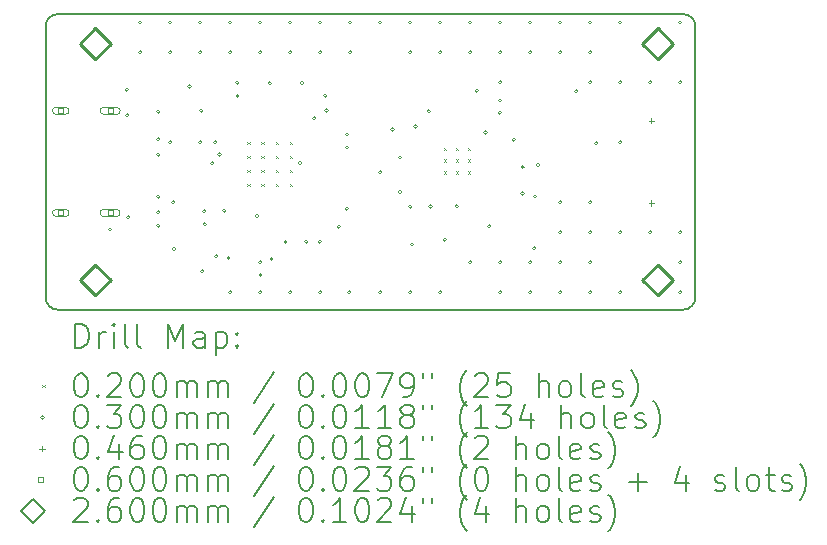
<source format=gbr>
%TF.GenerationSoftware,KiCad,Pcbnew,9.0.0*%
%TF.CreationDate,2025-05-06T12:44:32+02:00*%
%TF.ProjectId,Headless TEF lite,48656164-6c65-4737-9320-544546206c69,v1.0*%
%TF.SameCoordinates,Original*%
%TF.FileFunction,Drillmap*%
%TF.FilePolarity,Positive*%
%FSLAX45Y45*%
G04 Gerber Fmt 4.5, Leading zero omitted, Abs format (unit mm)*
G04 Created by KiCad (PCBNEW 9.0.0) date 2025-05-06 12:44:32*
%MOMM*%
%LPD*%
G01*
G04 APERTURE LIST*
%ADD10C,0.200000*%
%ADD11C,0.100000*%
%ADD12C,0.260000*%
G04 APERTURE END LIST*
D10*
X11390000Y-7400000D02*
X11390000Y-5100000D01*
X16890000Y-7400000D02*
G75*
G02*
X16790000Y-7500000I-100000J0D01*
G01*
X11490000Y-7500000D02*
G75*
G02*
X11390000Y-7400000I0J100000D01*
G01*
X11490000Y-7500000D02*
X16790000Y-7500000D01*
X16790000Y-5000000D02*
G75*
G02*
X16890000Y-5100000I0J-100000D01*
G01*
X16790000Y-5000000D02*
X11490000Y-5000000D01*
X11390000Y-5100000D02*
G75*
G02*
X11490000Y-5000000I100000J0D01*
G01*
X16890000Y-5100000D02*
X16890000Y-7400000D01*
D11*
X13095890Y-6077780D02*
X13115890Y-6097780D01*
X13115890Y-6077780D02*
X13095890Y-6097780D01*
X13095890Y-6197780D02*
X13115890Y-6217780D01*
X13115890Y-6197780D02*
X13095890Y-6217780D01*
X13095890Y-6317780D02*
X13115890Y-6337780D01*
X13115890Y-6317780D02*
X13095890Y-6337780D01*
X13095890Y-6437780D02*
X13115890Y-6457780D01*
X13115890Y-6437780D02*
X13095890Y-6457780D01*
X13215890Y-6077780D02*
X13235890Y-6097780D01*
X13235890Y-6077780D02*
X13215890Y-6097780D01*
X13215890Y-6197780D02*
X13235890Y-6217780D01*
X13235890Y-6197780D02*
X13215890Y-6217780D01*
X13215890Y-6317780D02*
X13235890Y-6337780D01*
X13235890Y-6317780D02*
X13215890Y-6337780D01*
X13215890Y-6437780D02*
X13235890Y-6457780D01*
X13235890Y-6437780D02*
X13215890Y-6457780D01*
X13335890Y-6077780D02*
X13355890Y-6097780D01*
X13355890Y-6077780D02*
X13335890Y-6097780D01*
X13335890Y-6197780D02*
X13355890Y-6217780D01*
X13355890Y-6197780D02*
X13335890Y-6217780D01*
X13335890Y-6317780D02*
X13355890Y-6337780D01*
X13355890Y-6317780D02*
X13335890Y-6337780D01*
X13335890Y-6437780D02*
X13355890Y-6457780D01*
X13355890Y-6437780D02*
X13335890Y-6457780D01*
X13455890Y-6077780D02*
X13475890Y-6097780D01*
X13475890Y-6077780D02*
X13455890Y-6097780D01*
X13455890Y-6197780D02*
X13475890Y-6217780D01*
X13475890Y-6197780D02*
X13455890Y-6217780D01*
X13455890Y-6317780D02*
X13475890Y-6337780D01*
X13475890Y-6317780D02*
X13455890Y-6337780D01*
X13455890Y-6437780D02*
X13475890Y-6457780D01*
X13475890Y-6437780D02*
X13455890Y-6457780D01*
X14762280Y-6129320D02*
X14782280Y-6149320D01*
X14782280Y-6129320D02*
X14762280Y-6149320D01*
X14762280Y-6229320D02*
X14782280Y-6249320D01*
X14782280Y-6229320D02*
X14762280Y-6249320D01*
X14762280Y-6329320D02*
X14782280Y-6349320D01*
X14782280Y-6329320D02*
X14762280Y-6349320D01*
X14862280Y-6129320D02*
X14882280Y-6149320D01*
X14882280Y-6129320D02*
X14862280Y-6149320D01*
X14862280Y-6229320D02*
X14882280Y-6249320D01*
X14882280Y-6229320D02*
X14862280Y-6249320D01*
X14862280Y-6329320D02*
X14882280Y-6349320D01*
X14882280Y-6329320D02*
X14862280Y-6349320D01*
X14962280Y-6129320D02*
X14982280Y-6149320D01*
X14982280Y-6129320D02*
X14962280Y-6149320D01*
X14962280Y-6229320D02*
X14982280Y-6249320D01*
X14982280Y-6229320D02*
X14962280Y-6249320D01*
X14962280Y-6329320D02*
X14982280Y-6349320D01*
X14982280Y-6329320D02*
X14962280Y-6349320D01*
X11950460Y-6822440D02*
G75*
G02*
X11920460Y-6822440I-15000J0D01*
G01*
X11920460Y-6822440D02*
G75*
G02*
X11950460Y-6822440I15000J0D01*
G01*
X12092700Y-5638800D02*
G75*
G02*
X12062700Y-5638800I-15000J0D01*
G01*
X12062700Y-5638800D02*
G75*
G02*
X12092700Y-5638800I15000J0D01*
G01*
X12096080Y-5854700D02*
G75*
G02*
X12066080Y-5854700I-15000J0D01*
G01*
X12066080Y-5854700D02*
G75*
G02*
X12096080Y-5854700I15000J0D01*
G01*
X12103700Y-6717900D02*
G75*
G02*
X12073700Y-6717900I-15000J0D01*
G01*
X12073700Y-6717900D02*
G75*
G02*
X12103700Y-6717900I15000J0D01*
G01*
X12204460Y-5069840D02*
G75*
G02*
X12174460Y-5069840I-15000J0D01*
G01*
X12174460Y-5069840D02*
G75*
G02*
X12204460Y-5069840I15000J0D01*
G01*
X12207000Y-5320900D02*
G75*
G02*
X12177000Y-5320900I-15000J0D01*
G01*
X12177000Y-5320900D02*
G75*
G02*
X12207000Y-5320900I15000J0D01*
G01*
X12357700Y-5823820D02*
G75*
G02*
X12327700Y-5823820I-15000J0D01*
G01*
X12327700Y-5823820D02*
G75*
G02*
X12357700Y-5823820I15000J0D01*
G01*
X12357700Y-6057500D02*
G75*
G02*
X12327700Y-6057500I-15000J0D01*
G01*
X12327700Y-6057500D02*
G75*
G02*
X12357700Y-6057500I15000J0D01*
G01*
X12357700Y-6189580D02*
G75*
G02*
X12327700Y-6189580I-15000J0D01*
G01*
X12327700Y-6189580D02*
G75*
G02*
X12357700Y-6189580I15000J0D01*
G01*
X12357700Y-6545180D02*
G75*
G02*
X12327700Y-6545180I-15000J0D01*
G01*
X12327700Y-6545180D02*
G75*
G02*
X12357700Y-6545180I15000J0D01*
G01*
X12357700Y-6677260D02*
G75*
G02*
X12327700Y-6677260I-15000J0D01*
G01*
X12327700Y-6677260D02*
G75*
G02*
X12357700Y-6677260I15000J0D01*
G01*
X12357700Y-6789020D02*
G75*
G02*
X12327700Y-6789020I-15000J0D01*
G01*
X12327700Y-6789020D02*
G75*
G02*
X12357700Y-6789020I15000J0D01*
G01*
X12458460Y-5069840D02*
G75*
G02*
X12428460Y-5069840I-15000J0D01*
G01*
X12428460Y-5069840D02*
G75*
G02*
X12458460Y-5069840I15000J0D01*
G01*
X12459300Y-6082900D02*
G75*
G02*
X12429300Y-6082900I-15000J0D01*
G01*
X12429300Y-6082900D02*
G75*
G02*
X12459300Y-6082900I15000J0D01*
G01*
X12461000Y-5320900D02*
G75*
G02*
X12431000Y-5320900I-15000J0D01*
G01*
X12431000Y-5320900D02*
G75*
G02*
X12461000Y-5320900I15000J0D01*
G01*
X12484700Y-6590900D02*
G75*
G02*
X12454700Y-6590900I-15000J0D01*
G01*
X12454700Y-6590900D02*
G75*
G02*
X12484700Y-6590900I15000J0D01*
G01*
X12489780Y-6987140D02*
G75*
G02*
X12459780Y-6987140I-15000J0D01*
G01*
X12459780Y-6987140D02*
G75*
G02*
X12489780Y-6987140I15000J0D01*
G01*
X12623560Y-5610460D02*
G75*
G02*
X12593560Y-5610460I-15000J0D01*
G01*
X12593560Y-5610460D02*
G75*
G02*
X12623560Y-5610460I15000J0D01*
G01*
X12712460Y-5069840D02*
G75*
G02*
X12682460Y-5069840I-15000J0D01*
G01*
X12682460Y-5069840D02*
G75*
G02*
X12712460Y-5069840I15000J0D01*
G01*
X12713300Y-6082900D02*
G75*
G02*
X12683300Y-6082900I-15000J0D01*
G01*
X12683300Y-6082900D02*
G75*
G02*
X12713300Y-6082900I15000J0D01*
G01*
X12715000Y-5320900D02*
G75*
G02*
X12685000Y-5320900I-15000J0D01*
G01*
X12685000Y-5320900D02*
G75*
G02*
X12715000Y-5320900I15000J0D01*
G01*
X12720920Y-5816200D02*
G75*
G02*
X12690920Y-5816200I-15000J0D01*
G01*
X12690920Y-5816200D02*
G75*
G02*
X12720920Y-5816200I15000J0D01*
G01*
X12731080Y-7175100D02*
G75*
G02*
X12701080Y-7175100I-15000J0D01*
G01*
X12701080Y-7175100D02*
G75*
G02*
X12731080Y-7175100I15000J0D01*
G01*
X12748860Y-6667100D02*
G75*
G02*
X12718860Y-6667100I-15000J0D01*
G01*
X12718860Y-6667100D02*
G75*
G02*
X12748860Y-6667100I15000J0D01*
G01*
X12752200Y-6778860D02*
G75*
G02*
X12722200Y-6778860I-15000J0D01*
G01*
X12722200Y-6778860D02*
G75*
G02*
X12752200Y-6778860I15000J0D01*
G01*
X12814900Y-6260700D02*
G75*
G02*
X12784900Y-6260700I-15000J0D01*
G01*
X12784900Y-6260700D02*
G75*
G02*
X12814900Y-6260700I15000J0D01*
G01*
X12840300Y-6082900D02*
G75*
G02*
X12810300Y-6082900I-15000J0D01*
G01*
X12810300Y-6082900D02*
G75*
G02*
X12840300Y-6082900I15000J0D01*
G01*
X12850460Y-7048100D02*
G75*
G02*
X12820460Y-7048100I-15000J0D01*
G01*
X12820460Y-7048100D02*
G75*
G02*
X12850460Y-7048100I15000J0D01*
G01*
X12877918Y-6186927D02*
G75*
G02*
X12847918Y-6186927I-15000J0D01*
G01*
X12847918Y-6186927D02*
G75*
G02*
X12877918Y-6186927I15000J0D01*
G01*
X12916500Y-6664560D02*
G75*
G02*
X12886500Y-6664560I-15000J0D01*
G01*
X12886500Y-6664560D02*
G75*
G02*
X12916500Y-6664560I15000J0D01*
G01*
X12952060Y-7063340D02*
G75*
G02*
X12922060Y-7063340I-15000J0D01*
G01*
X12922060Y-7063340D02*
G75*
G02*
X12952060Y-7063340I15000J0D01*
G01*
X12966460Y-5069840D02*
G75*
G02*
X12936460Y-5069840I-15000J0D01*
G01*
X12936460Y-5069840D02*
G75*
G02*
X12966460Y-5069840I15000J0D01*
G01*
X12967300Y-7352900D02*
G75*
G02*
X12937300Y-7352900I-15000J0D01*
G01*
X12937300Y-7352900D02*
G75*
G02*
X12967300Y-7352900I15000J0D01*
G01*
X12969000Y-5320900D02*
G75*
G02*
X12939000Y-5320900I-15000J0D01*
G01*
X12939000Y-5320900D02*
G75*
G02*
X12969000Y-5320900I15000J0D01*
G01*
X13027420Y-5579980D02*
G75*
G02*
X12997420Y-5579980I-15000J0D01*
G01*
X12997420Y-5579980D02*
G75*
G02*
X13027420Y-5579980I15000J0D01*
G01*
X13027420Y-5691740D02*
G75*
G02*
X12997420Y-5691740I-15000J0D01*
G01*
X12997420Y-5691740D02*
G75*
G02*
X13027420Y-5691740I15000J0D01*
G01*
X13193360Y-6707740D02*
G75*
G02*
X13163360Y-6707740I-15000J0D01*
G01*
X13163360Y-6707740D02*
G75*
G02*
X13193360Y-6707740I15000J0D01*
G01*
X13220460Y-5069840D02*
G75*
G02*
X13190460Y-5069840I-15000J0D01*
G01*
X13190460Y-5069840D02*
G75*
G02*
X13220460Y-5069840I15000J0D01*
G01*
X13221300Y-5320900D02*
G75*
G02*
X13191300Y-5320900I-15000J0D01*
G01*
X13191300Y-5320900D02*
G75*
G02*
X13221300Y-5320900I15000J0D01*
G01*
X13221300Y-7098900D02*
G75*
G02*
X13191300Y-7098900I-15000J0D01*
G01*
X13191300Y-7098900D02*
G75*
G02*
X13221300Y-7098900I15000J0D01*
G01*
X13221300Y-7352900D02*
G75*
G02*
X13191300Y-7352900I-15000J0D01*
G01*
X13191300Y-7352900D02*
G75*
G02*
X13221300Y-7352900I15000J0D01*
G01*
X13223000Y-7208520D02*
G75*
G02*
X13193000Y-7208520I-15000J0D01*
G01*
X13193000Y-7208520D02*
G75*
G02*
X13223000Y-7208520I15000J0D01*
G01*
X13301740Y-5582920D02*
G75*
G02*
X13271740Y-5582920I-15000J0D01*
G01*
X13271740Y-5582920D02*
G75*
G02*
X13301740Y-5582920I15000J0D01*
G01*
X13316980Y-7070960D02*
G75*
G02*
X13286980Y-7070960I-15000J0D01*
G01*
X13286980Y-7070960D02*
G75*
G02*
X13316980Y-7070960I15000J0D01*
G01*
X13434660Y-6927060D02*
G75*
G02*
X13404660Y-6927060I-15000J0D01*
G01*
X13404660Y-6927060D02*
G75*
G02*
X13434660Y-6927060I15000J0D01*
G01*
X13474460Y-5069840D02*
G75*
G02*
X13444460Y-5069840I-15000J0D01*
G01*
X13444460Y-5069840D02*
G75*
G02*
X13474460Y-5069840I15000J0D01*
G01*
X13475300Y-7352900D02*
G75*
G02*
X13445300Y-7352900I-15000J0D01*
G01*
X13445300Y-7352900D02*
G75*
G02*
X13475300Y-7352900I15000J0D01*
G01*
X13477000Y-5320900D02*
G75*
G02*
X13447000Y-5320900I-15000J0D01*
G01*
X13447000Y-5320900D02*
G75*
G02*
X13477000Y-5320900I15000J0D01*
G01*
X13559120Y-6258160D02*
G75*
G02*
X13529120Y-6258160I-15000J0D01*
G01*
X13529120Y-6258160D02*
G75*
G02*
X13559120Y-6258160I15000J0D01*
G01*
X13576060Y-5582920D02*
G75*
G02*
X13546060Y-5582920I-15000J0D01*
G01*
X13546060Y-5582920D02*
G75*
G02*
X13576060Y-5582920I15000J0D01*
G01*
X13611620Y-6927060D02*
G75*
G02*
X13581620Y-6927060I-15000J0D01*
G01*
X13581620Y-6927060D02*
G75*
G02*
X13611620Y-6927060I15000J0D01*
G01*
X13678500Y-5879700D02*
G75*
G02*
X13648500Y-5879700I-15000J0D01*
G01*
X13648500Y-5879700D02*
G75*
G02*
X13678500Y-5879700I15000J0D01*
G01*
X13725920Y-6927060D02*
G75*
G02*
X13695920Y-6927060I-15000J0D01*
G01*
X13695920Y-6927060D02*
G75*
G02*
X13725920Y-6927060I15000J0D01*
G01*
X13728460Y-5069840D02*
G75*
G02*
X13698460Y-5069840I-15000J0D01*
G01*
X13698460Y-5069840D02*
G75*
G02*
X13728460Y-5069840I15000J0D01*
G01*
X13729300Y-7352900D02*
G75*
G02*
X13699300Y-7352900I-15000J0D01*
G01*
X13699300Y-7352900D02*
G75*
G02*
X13729300Y-7352900I15000J0D01*
G01*
X13731000Y-5320900D02*
G75*
G02*
X13701000Y-5320900I-15000J0D01*
G01*
X13701000Y-5320900D02*
G75*
G02*
X13731000Y-5320900I15000J0D01*
G01*
X13773106Y-5690674D02*
G75*
G02*
X13743106Y-5690674I-15000J0D01*
G01*
X13743106Y-5690674D02*
G75*
G02*
X13773106Y-5690674I15000J0D01*
G01*
X13782640Y-5813660D02*
G75*
G02*
X13752640Y-5813660I-15000J0D01*
G01*
X13752640Y-5813660D02*
G75*
G02*
X13782640Y-5813660I15000J0D01*
G01*
X13886699Y-6799439D02*
G75*
G02*
X13856699Y-6799439I-15000J0D01*
G01*
X13856699Y-6799439D02*
G75*
G02*
X13886699Y-6799439I15000J0D01*
G01*
X13955360Y-6016860D02*
G75*
G02*
X13925360Y-6016860I-15000J0D01*
G01*
X13925360Y-6016860D02*
G75*
G02*
X13955360Y-6016860I15000J0D01*
G01*
X13955360Y-6128620D02*
G75*
G02*
X13925360Y-6128620I-15000J0D01*
G01*
X13925360Y-6128620D02*
G75*
G02*
X13955360Y-6128620I15000J0D01*
G01*
X13955360Y-6646780D02*
G75*
G02*
X13925360Y-6646780I-15000J0D01*
G01*
X13925360Y-6646780D02*
G75*
G02*
X13955360Y-6646780I15000J0D01*
G01*
X13975680Y-7352900D02*
G75*
G02*
X13945680Y-7352900I-15000J0D01*
G01*
X13945680Y-7352900D02*
G75*
G02*
X13975680Y-7352900I15000J0D01*
G01*
X13982460Y-5069840D02*
G75*
G02*
X13952460Y-5069840I-15000J0D01*
G01*
X13952460Y-5069840D02*
G75*
G02*
X13982460Y-5069840I15000J0D01*
G01*
X13985000Y-5320900D02*
G75*
G02*
X13955000Y-5320900I-15000J0D01*
G01*
X13955000Y-5320900D02*
G75*
G02*
X13985000Y-5320900I15000J0D01*
G01*
X14236460Y-5069840D02*
G75*
G02*
X14206460Y-5069840I-15000J0D01*
G01*
X14206460Y-5069840D02*
G75*
G02*
X14236460Y-5069840I15000J0D01*
G01*
X14237300Y-6336900D02*
G75*
G02*
X14207300Y-6336900I-15000J0D01*
G01*
X14207300Y-6336900D02*
G75*
G02*
X14237300Y-6336900I15000J0D01*
G01*
X14237300Y-7352900D02*
G75*
G02*
X14207300Y-7352900I-15000J0D01*
G01*
X14207300Y-7352900D02*
G75*
G02*
X14237300Y-7352900I15000J0D01*
G01*
X14341440Y-5976220D02*
G75*
G02*
X14311440Y-5976220I-15000J0D01*
G01*
X14311440Y-5976220D02*
G75*
G02*
X14341440Y-5976220I15000J0D01*
G01*
X14404780Y-6212060D02*
G75*
G02*
X14374780Y-6212060I-15000J0D01*
G01*
X14374780Y-6212060D02*
G75*
G02*
X14404780Y-6212060I15000J0D01*
G01*
X14404780Y-6506180D02*
G75*
G02*
X14374780Y-6506180I-15000J0D01*
G01*
X14374780Y-6506180D02*
G75*
G02*
X14404780Y-6506180I15000J0D01*
G01*
X14490460Y-5069840D02*
G75*
G02*
X14460460Y-5069840I-15000J0D01*
G01*
X14460460Y-5069840D02*
G75*
G02*
X14490460Y-5069840I15000J0D01*
G01*
X14491300Y-5320900D02*
G75*
G02*
X14461300Y-5320900I-15000J0D01*
G01*
X14461300Y-5320900D02*
G75*
G02*
X14491300Y-5320900I15000J0D01*
G01*
X14491300Y-7352900D02*
G75*
G02*
X14461300Y-7352900I-15000J0D01*
G01*
X14461300Y-7352900D02*
G75*
G02*
X14491300Y-7352900I15000J0D01*
G01*
X14493000Y-6629400D02*
G75*
G02*
X14463000Y-6629400I-15000J0D01*
G01*
X14463000Y-6629400D02*
G75*
G02*
X14493000Y-6629400I15000J0D01*
G01*
X14505700Y-6949440D02*
G75*
G02*
X14475700Y-6949440I-15000J0D01*
G01*
X14475700Y-6949440D02*
G75*
G02*
X14505700Y-6949440I15000J0D01*
G01*
X14536340Y-5948820D02*
G75*
G02*
X14506340Y-5948820I-15000J0D01*
G01*
X14506340Y-5948820D02*
G75*
G02*
X14536340Y-5948820I15000J0D01*
G01*
X14647940Y-5821680D02*
G75*
G02*
X14617940Y-5821680I-15000J0D01*
G01*
X14617940Y-5821680D02*
G75*
G02*
X14647940Y-5821680I15000J0D01*
G01*
X14663180Y-6629400D02*
G75*
G02*
X14633180Y-6629400I-15000J0D01*
G01*
X14633180Y-6629400D02*
G75*
G02*
X14663180Y-6629400I15000J0D01*
G01*
X14744460Y-5069840D02*
G75*
G02*
X14714460Y-5069840I-15000J0D01*
G01*
X14714460Y-5069840D02*
G75*
G02*
X14744460Y-5069840I15000J0D01*
G01*
X14745300Y-5320900D02*
G75*
G02*
X14715300Y-5320900I-15000J0D01*
G01*
X14715300Y-5320900D02*
G75*
G02*
X14745300Y-5320900I15000J0D01*
G01*
X14745300Y-7352900D02*
G75*
G02*
X14715300Y-7352900I-15000J0D01*
G01*
X14715300Y-7352900D02*
G75*
G02*
X14745300Y-7352900I15000J0D01*
G01*
X14785260Y-6908400D02*
G75*
G02*
X14755260Y-6908400I-15000J0D01*
G01*
X14755260Y-6908400D02*
G75*
G02*
X14785260Y-6908400I15000J0D01*
G01*
X14885000Y-6623920D02*
G75*
G02*
X14855000Y-6623920I-15000J0D01*
G01*
X14855000Y-6623920D02*
G75*
G02*
X14885000Y-6623920I15000J0D01*
G01*
X14998460Y-5069840D02*
G75*
G02*
X14968460Y-5069840I-15000J0D01*
G01*
X14968460Y-5069840D02*
G75*
G02*
X14998460Y-5069840I15000J0D01*
G01*
X14999300Y-5320900D02*
G75*
G02*
X14969300Y-5320900I-15000J0D01*
G01*
X14969300Y-5320900D02*
G75*
G02*
X14999300Y-5320900I15000J0D01*
G01*
X14999300Y-7098900D02*
G75*
G02*
X14969300Y-7098900I-15000J0D01*
G01*
X14969300Y-7098900D02*
G75*
G02*
X14999300Y-7098900I15000J0D01*
G01*
X15054500Y-5649100D02*
G75*
G02*
X15024500Y-5649100I-15000J0D01*
G01*
X15024500Y-5649100D02*
G75*
G02*
X15054500Y-5649100I15000J0D01*
G01*
X15130700Y-6000980D02*
G75*
G02*
X15100700Y-6000980I-15000J0D01*
G01*
X15100700Y-6000980D02*
G75*
G02*
X15130700Y-6000980I15000J0D01*
G01*
X15161860Y-6794100D02*
G75*
G02*
X15131860Y-6794100I-15000J0D01*
G01*
X15131860Y-6794100D02*
G75*
G02*
X15161860Y-6794100I15000J0D01*
G01*
X15250760Y-5833980D02*
G75*
G02*
X15220760Y-5833980I-15000J0D01*
G01*
X15220760Y-5833980D02*
G75*
G02*
X15250760Y-5833980I15000J0D01*
G01*
X15252460Y-5069840D02*
G75*
G02*
X15222460Y-5069840I-15000J0D01*
G01*
X15222460Y-5069840D02*
G75*
G02*
X15252460Y-5069840I15000J0D01*
G01*
X15252460Y-5730240D02*
G75*
G02*
X15222460Y-5730240I-15000J0D01*
G01*
X15222460Y-5730240D02*
G75*
G02*
X15252460Y-5730240I15000J0D01*
G01*
X15253300Y-5320900D02*
G75*
G02*
X15223300Y-5320900I-15000J0D01*
G01*
X15223300Y-5320900D02*
G75*
G02*
X15253300Y-5320900I15000J0D01*
G01*
X15253300Y-5574900D02*
G75*
G02*
X15223300Y-5574900I-15000J0D01*
G01*
X15223300Y-5574900D02*
G75*
G02*
X15253300Y-5574900I15000J0D01*
G01*
X15253300Y-7098900D02*
G75*
G02*
X15223300Y-7098900I-15000J0D01*
G01*
X15223300Y-7098900D02*
G75*
G02*
X15253300Y-7098900I15000J0D01*
G01*
X15253300Y-7352900D02*
G75*
G02*
X15223300Y-7352900I-15000J0D01*
G01*
X15223300Y-7352900D02*
G75*
G02*
X15253300Y-7352900I15000J0D01*
G01*
X15369460Y-6062580D02*
G75*
G02*
X15339460Y-6062580I-15000J0D01*
G01*
X15339460Y-6062580D02*
G75*
G02*
X15369460Y-6062580I15000J0D01*
G01*
X15441260Y-6516840D02*
G75*
G02*
X15411260Y-6516840I-15000J0D01*
G01*
X15411260Y-6516840D02*
G75*
G02*
X15441260Y-6516840I15000J0D01*
G01*
X15443800Y-6293320D02*
G75*
G02*
X15413800Y-6293320I-15000J0D01*
G01*
X15413800Y-6293320D02*
G75*
G02*
X15443800Y-6293320I15000J0D01*
G01*
X15506460Y-5069840D02*
G75*
G02*
X15476460Y-5069840I-15000J0D01*
G01*
X15476460Y-5069840D02*
G75*
G02*
X15506460Y-5069840I15000J0D01*
G01*
X15507300Y-5320900D02*
G75*
G02*
X15477300Y-5320900I-15000J0D01*
G01*
X15477300Y-5320900D02*
G75*
G02*
X15507300Y-5320900I15000J0D01*
G01*
X15507300Y-7098900D02*
G75*
G02*
X15477300Y-7098900I-15000J0D01*
G01*
X15477300Y-7098900D02*
G75*
G02*
X15507300Y-7098900I15000J0D01*
G01*
X15507300Y-7352900D02*
G75*
G02*
X15477300Y-7352900I-15000J0D01*
G01*
X15477300Y-7352900D02*
G75*
G02*
X15507300Y-7352900I15000J0D01*
G01*
X15542180Y-6979520D02*
G75*
G02*
X15512180Y-6979520I-15000J0D01*
G01*
X15512180Y-6979520D02*
G75*
G02*
X15542180Y-6979520I15000J0D01*
G01*
X15547100Y-6543040D02*
G75*
G02*
X15517100Y-6543040I-15000J0D01*
G01*
X15517100Y-6543040D02*
G75*
G02*
X15547100Y-6543040I15000J0D01*
G01*
X15574940Y-6275940D02*
G75*
G02*
X15544940Y-6275940I-15000J0D01*
G01*
X15544940Y-6275940D02*
G75*
G02*
X15574940Y-6275940I15000J0D01*
G01*
X15760460Y-5069840D02*
G75*
G02*
X15730460Y-5069840I-15000J0D01*
G01*
X15730460Y-5069840D02*
G75*
G02*
X15760460Y-5069840I15000J0D01*
G01*
X15761300Y-5320900D02*
G75*
G02*
X15731300Y-5320900I-15000J0D01*
G01*
X15731300Y-5320900D02*
G75*
G02*
X15761300Y-5320900I15000J0D01*
G01*
X15761300Y-6590900D02*
G75*
G02*
X15731300Y-6590900I-15000J0D01*
G01*
X15731300Y-6590900D02*
G75*
G02*
X15761300Y-6590900I15000J0D01*
G01*
X15761300Y-6844900D02*
G75*
G02*
X15731300Y-6844900I-15000J0D01*
G01*
X15731300Y-6844900D02*
G75*
G02*
X15761300Y-6844900I15000J0D01*
G01*
X15761300Y-7098900D02*
G75*
G02*
X15731300Y-7098900I-15000J0D01*
G01*
X15731300Y-7098900D02*
G75*
G02*
X15761300Y-7098900I15000J0D01*
G01*
X15761300Y-7352900D02*
G75*
G02*
X15731300Y-7352900I-15000J0D01*
G01*
X15731300Y-7352900D02*
G75*
G02*
X15761300Y-7352900I15000J0D01*
G01*
X15895920Y-5652740D02*
G75*
G02*
X15865920Y-5652740I-15000J0D01*
G01*
X15865920Y-5652740D02*
G75*
G02*
X15895920Y-5652740I15000J0D01*
G01*
X16014460Y-5069840D02*
G75*
G02*
X15984460Y-5069840I-15000J0D01*
G01*
X15984460Y-5069840D02*
G75*
G02*
X16014460Y-5069840I15000J0D01*
G01*
X16015300Y-5320900D02*
G75*
G02*
X15985300Y-5320900I-15000J0D01*
G01*
X15985300Y-5320900D02*
G75*
G02*
X16015300Y-5320900I15000J0D01*
G01*
X16015300Y-5574900D02*
G75*
G02*
X15985300Y-5574900I-15000J0D01*
G01*
X15985300Y-5574900D02*
G75*
G02*
X16015300Y-5574900I15000J0D01*
G01*
X16015300Y-6590900D02*
G75*
G02*
X15985300Y-6590900I-15000J0D01*
G01*
X15985300Y-6590900D02*
G75*
G02*
X16015300Y-6590900I15000J0D01*
G01*
X16015300Y-6844900D02*
G75*
G02*
X15985300Y-6844900I-15000J0D01*
G01*
X15985300Y-6844900D02*
G75*
G02*
X16015300Y-6844900I15000J0D01*
G01*
X16015300Y-7098900D02*
G75*
G02*
X15985300Y-7098900I-15000J0D01*
G01*
X15985300Y-7098900D02*
G75*
G02*
X16015300Y-7098900I15000J0D01*
G01*
X16015300Y-7352900D02*
G75*
G02*
X15985300Y-7352900I-15000J0D01*
G01*
X15985300Y-7352900D02*
G75*
G02*
X16015300Y-7352900I15000J0D01*
G01*
X16066100Y-6092420D02*
G75*
G02*
X16036100Y-6092420I-15000J0D01*
G01*
X16036100Y-6092420D02*
G75*
G02*
X16066100Y-6092420I15000J0D01*
G01*
X16268460Y-5069840D02*
G75*
G02*
X16238460Y-5069840I-15000J0D01*
G01*
X16238460Y-5069840D02*
G75*
G02*
X16268460Y-5069840I15000J0D01*
G01*
X16269300Y-5574900D02*
G75*
G02*
X16239300Y-5574900I-15000J0D01*
G01*
X16239300Y-5574900D02*
G75*
G02*
X16269300Y-5574900I15000J0D01*
G01*
X16269300Y-6082900D02*
G75*
G02*
X16239300Y-6082900I-15000J0D01*
G01*
X16239300Y-6082900D02*
G75*
G02*
X16269300Y-6082900I15000J0D01*
G01*
X16269300Y-6844900D02*
G75*
G02*
X16239300Y-6844900I-15000J0D01*
G01*
X16239300Y-6844900D02*
G75*
G02*
X16269300Y-6844900I15000J0D01*
G01*
X16269300Y-7352900D02*
G75*
G02*
X16239300Y-7352900I-15000J0D01*
G01*
X16239300Y-7352900D02*
G75*
G02*
X16269300Y-7352900I15000J0D01*
G01*
X16523300Y-5574900D02*
G75*
G02*
X16493300Y-5574900I-15000J0D01*
G01*
X16493300Y-5574900D02*
G75*
G02*
X16523300Y-5574900I15000J0D01*
G01*
X16523300Y-6844900D02*
G75*
G02*
X16493300Y-6844900I-15000J0D01*
G01*
X16493300Y-6844900D02*
G75*
G02*
X16523300Y-6844900I15000J0D01*
G01*
X16776460Y-5069840D02*
G75*
G02*
X16746460Y-5069840I-15000J0D01*
G01*
X16746460Y-5069840D02*
G75*
G02*
X16776460Y-5069840I15000J0D01*
G01*
X16777300Y-5574900D02*
G75*
G02*
X16747300Y-5574900I-15000J0D01*
G01*
X16747300Y-5574900D02*
G75*
G02*
X16777300Y-5574900I15000J0D01*
G01*
X16777300Y-6844900D02*
G75*
G02*
X16747300Y-6844900I-15000J0D01*
G01*
X16747300Y-6844900D02*
G75*
G02*
X16777300Y-6844900I15000J0D01*
G01*
X16777300Y-7098900D02*
G75*
G02*
X16747300Y-7098900I-15000J0D01*
G01*
X16747300Y-7098900D02*
G75*
G02*
X16777300Y-7098900I15000J0D01*
G01*
X16777300Y-7352900D02*
G75*
G02*
X16747300Y-7352900I-15000J0D01*
G01*
X16747300Y-7352900D02*
G75*
G02*
X16777300Y-7352900I15000J0D01*
G01*
X16517620Y-5877750D02*
X16517620Y-5923750D01*
X16494620Y-5900750D02*
X16540620Y-5900750D01*
X16517620Y-6576250D02*
X16517620Y-6622250D01*
X16494620Y-6599250D02*
X16540620Y-6599250D01*
X11538713Y-5839213D02*
X11538713Y-5796787D01*
X11496287Y-5796787D01*
X11496287Y-5839213D01*
X11538713Y-5839213D01*
X11557500Y-5788000D02*
X11477500Y-5788000D01*
X11477500Y-5848000D02*
G75*
G02*
X11477500Y-5788000I0J30000D01*
G01*
X11477500Y-5848000D02*
X11557500Y-5848000D01*
X11557500Y-5848000D02*
G75*
G03*
X11557500Y-5788000I0J30000D01*
G01*
X11538713Y-6703213D02*
X11538713Y-6660787D01*
X11496287Y-6660787D01*
X11496287Y-6703213D01*
X11538713Y-6703213D01*
X11557500Y-6652000D02*
X11477500Y-6652000D01*
X11477500Y-6712000D02*
G75*
G02*
X11477500Y-6652000I0J30000D01*
G01*
X11477500Y-6712000D02*
X11557500Y-6712000D01*
X11557500Y-6712000D02*
G75*
G03*
X11557500Y-6652000I0J30000D01*
G01*
X11956713Y-5839213D02*
X11956713Y-5796787D01*
X11914287Y-5796787D01*
X11914287Y-5839213D01*
X11956713Y-5839213D01*
X11990500Y-5788000D02*
X11880500Y-5788000D01*
X11880500Y-5848000D02*
G75*
G02*
X11880500Y-5788000I0J30000D01*
G01*
X11880500Y-5848000D02*
X11990500Y-5848000D01*
X11990500Y-5848000D02*
G75*
G03*
X11990500Y-5788000I0J30000D01*
G01*
X11956713Y-6703213D02*
X11956713Y-6660787D01*
X11914287Y-6660787D01*
X11914287Y-6703213D01*
X11956713Y-6703213D01*
X11990500Y-6652000D02*
X11880500Y-6652000D01*
X11880500Y-6712000D02*
G75*
G02*
X11880500Y-6652000I0J30000D01*
G01*
X11880500Y-6712000D02*
X11990500Y-6712000D01*
X11990500Y-6712000D02*
G75*
G03*
X11990500Y-6652000I0J30000D01*
G01*
D12*
X11810000Y-5380000D02*
X11940000Y-5250000D01*
X11810000Y-5120000D01*
X11680000Y-5250000D01*
X11810000Y-5380000D01*
X11810000Y-7380000D02*
X11940000Y-7250000D01*
X11810000Y-7120000D01*
X11680000Y-7250000D01*
X11810000Y-7380000D01*
X16570000Y-5380000D02*
X16700000Y-5250000D01*
X16570000Y-5120000D01*
X16440000Y-5250000D01*
X16570000Y-5380000D01*
X16570000Y-7380000D02*
X16700000Y-7250000D01*
X16570000Y-7120000D01*
X16440000Y-7250000D01*
X16570000Y-7380000D01*
D10*
X11640777Y-7821484D02*
X11640777Y-7621484D01*
X11640777Y-7621484D02*
X11688396Y-7621484D01*
X11688396Y-7621484D02*
X11716967Y-7631008D01*
X11716967Y-7631008D02*
X11736015Y-7650055D01*
X11736015Y-7650055D02*
X11745539Y-7669103D01*
X11745539Y-7669103D02*
X11755062Y-7707198D01*
X11755062Y-7707198D02*
X11755062Y-7735769D01*
X11755062Y-7735769D02*
X11745539Y-7773865D01*
X11745539Y-7773865D02*
X11736015Y-7792912D01*
X11736015Y-7792912D02*
X11716967Y-7811960D01*
X11716967Y-7811960D02*
X11688396Y-7821484D01*
X11688396Y-7821484D02*
X11640777Y-7821484D01*
X11840777Y-7821484D02*
X11840777Y-7688150D01*
X11840777Y-7726246D02*
X11850301Y-7707198D01*
X11850301Y-7707198D02*
X11859824Y-7697674D01*
X11859824Y-7697674D02*
X11878872Y-7688150D01*
X11878872Y-7688150D02*
X11897920Y-7688150D01*
X11964586Y-7821484D02*
X11964586Y-7688150D01*
X11964586Y-7621484D02*
X11955062Y-7631008D01*
X11955062Y-7631008D02*
X11964586Y-7640531D01*
X11964586Y-7640531D02*
X11974110Y-7631008D01*
X11974110Y-7631008D02*
X11964586Y-7621484D01*
X11964586Y-7621484D02*
X11964586Y-7640531D01*
X12088396Y-7821484D02*
X12069348Y-7811960D01*
X12069348Y-7811960D02*
X12059824Y-7792912D01*
X12059824Y-7792912D02*
X12059824Y-7621484D01*
X12193158Y-7821484D02*
X12174110Y-7811960D01*
X12174110Y-7811960D02*
X12164586Y-7792912D01*
X12164586Y-7792912D02*
X12164586Y-7621484D01*
X12421729Y-7821484D02*
X12421729Y-7621484D01*
X12421729Y-7621484D02*
X12488396Y-7764341D01*
X12488396Y-7764341D02*
X12555062Y-7621484D01*
X12555062Y-7621484D02*
X12555062Y-7821484D01*
X12736015Y-7821484D02*
X12736015Y-7716722D01*
X12736015Y-7716722D02*
X12726491Y-7697674D01*
X12726491Y-7697674D02*
X12707443Y-7688150D01*
X12707443Y-7688150D02*
X12669348Y-7688150D01*
X12669348Y-7688150D02*
X12650301Y-7697674D01*
X12736015Y-7811960D02*
X12716967Y-7821484D01*
X12716967Y-7821484D02*
X12669348Y-7821484D01*
X12669348Y-7821484D02*
X12650301Y-7811960D01*
X12650301Y-7811960D02*
X12640777Y-7792912D01*
X12640777Y-7792912D02*
X12640777Y-7773865D01*
X12640777Y-7773865D02*
X12650301Y-7754817D01*
X12650301Y-7754817D02*
X12669348Y-7745293D01*
X12669348Y-7745293D02*
X12716967Y-7745293D01*
X12716967Y-7745293D02*
X12736015Y-7735769D01*
X12831253Y-7688150D02*
X12831253Y-7888150D01*
X12831253Y-7697674D02*
X12850301Y-7688150D01*
X12850301Y-7688150D02*
X12888396Y-7688150D01*
X12888396Y-7688150D02*
X12907443Y-7697674D01*
X12907443Y-7697674D02*
X12916967Y-7707198D01*
X12916967Y-7707198D02*
X12926491Y-7726246D01*
X12926491Y-7726246D02*
X12926491Y-7783388D01*
X12926491Y-7783388D02*
X12916967Y-7802436D01*
X12916967Y-7802436D02*
X12907443Y-7811960D01*
X12907443Y-7811960D02*
X12888396Y-7821484D01*
X12888396Y-7821484D02*
X12850301Y-7821484D01*
X12850301Y-7821484D02*
X12831253Y-7811960D01*
X13012205Y-7802436D02*
X13021729Y-7811960D01*
X13021729Y-7811960D02*
X13012205Y-7821484D01*
X13012205Y-7821484D02*
X13002682Y-7811960D01*
X13002682Y-7811960D02*
X13012205Y-7802436D01*
X13012205Y-7802436D02*
X13012205Y-7821484D01*
X13012205Y-7697674D02*
X13021729Y-7707198D01*
X13021729Y-7707198D02*
X13012205Y-7716722D01*
X13012205Y-7716722D02*
X13002682Y-7707198D01*
X13002682Y-7707198D02*
X13012205Y-7697674D01*
X13012205Y-7697674D02*
X13012205Y-7716722D01*
D11*
X11360000Y-8140000D02*
X11380000Y-8160000D01*
X11380000Y-8140000D02*
X11360000Y-8160000D01*
D10*
X11678872Y-8041484D02*
X11697920Y-8041484D01*
X11697920Y-8041484D02*
X11716967Y-8051008D01*
X11716967Y-8051008D02*
X11726491Y-8060531D01*
X11726491Y-8060531D02*
X11736015Y-8079579D01*
X11736015Y-8079579D02*
X11745539Y-8117674D01*
X11745539Y-8117674D02*
X11745539Y-8165293D01*
X11745539Y-8165293D02*
X11736015Y-8203388D01*
X11736015Y-8203388D02*
X11726491Y-8222436D01*
X11726491Y-8222436D02*
X11716967Y-8231960D01*
X11716967Y-8231960D02*
X11697920Y-8241484D01*
X11697920Y-8241484D02*
X11678872Y-8241484D01*
X11678872Y-8241484D02*
X11659824Y-8231960D01*
X11659824Y-8231960D02*
X11650301Y-8222436D01*
X11650301Y-8222436D02*
X11640777Y-8203388D01*
X11640777Y-8203388D02*
X11631253Y-8165293D01*
X11631253Y-8165293D02*
X11631253Y-8117674D01*
X11631253Y-8117674D02*
X11640777Y-8079579D01*
X11640777Y-8079579D02*
X11650301Y-8060531D01*
X11650301Y-8060531D02*
X11659824Y-8051008D01*
X11659824Y-8051008D02*
X11678872Y-8041484D01*
X11831253Y-8222436D02*
X11840777Y-8231960D01*
X11840777Y-8231960D02*
X11831253Y-8241484D01*
X11831253Y-8241484D02*
X11821729Y-8231960D01*
X11821729Y-8231960D02*
X11831253Y-8222436D01*
X11831253Y-8222436D02*
X11831253Y-8241484D01*
X11916967Y-8060531D02*
X11926491Y-8051008D01*
X11926491Y-8051008D02*
X11945539Y-8041484D01*
X11945539Y-8041484D02*
X11993158Y-8041484D01*
X11993158Y-8041484D02*
X12012205Y-8051008D01*
X12012205Y-8051008D02*
X12021729Y-8060531D01*
X12021729Y-8060531D02*
X12031253Y-8079579D01*
X12031253Y-8079579D02*
X12031253Y-8098627D01*
X12031253Y-8098627D02*
X12021729Y-8127198D01*
X12021729Y-8127198D02*
X11907443Y-8241484D01*
X11907443Y-8241484D02*
X12031253Y-8241484D01*
X12155062Y-8041484D02*
X12174110Y-8041484D01*
X12174110Y-8041484D02*
X12193158Y-8051008D01*
X12193158Y-8051008D02*
X12202682Y-8060531D01*
X12202682Y-8060531D02*
X12212205Y-8079579D01*
X12212205Y-8079579D02*
X12221729Y-8117674D01*
X12221729Y-8117674D02*
X12221729Y-8165293D01*
X12221729Y-8165293D02*
X12212205Y-8203388D01*
X12212205Y-8203388D02*
X12202682Y-8222436D01*
X12202682Y-8222436D02*
X12193158Y-8231960D01*
X12193158Y-8231960D02*
X12174110Y-8241484D01*
X12174110Y-8241484D02*
X12155062Y-8241484D01*
X12155062Y-8241484D02*
X12136015Y-8231960D01*
X12136015Y-8231960D02*
X12126491Y-8222436D01*
X12126491Y-8222436D02*
X12116967Y-8203388D01*
X12116967Y-8203388D02*
X12107443Y-8165293D01*
X12107443Y-8165293D02*
X12107443Y-8117674D01*
X12107443Y-8117674D02*
X12116967Y-8079579D01*
X12116967Y-8079579D02*
X12126491Y-8060531D01*
X12126491Y-8060531D02*
X12136015Y-8051008D01*
X12136015Y-8051008D02*
X12155062Y-8041484D01*
X12345539Y-8041484D02*
X12364586Y-8041484D01*
X12364586Y-8041484D02*
X12383634Y-8051008D01*
X12383634Y-8051008D02*
X12393158Y-8060531D01*
X12393158Y-8060531D02*
X12402682Y-8079579D01*
X12402682Y-8079579D02*
X12412205Y-8117674D01*
X12412205Y-8117674D02*
X12412205Y-8165293D01*
X12412205Y-8165293D02*
X12402682Y-8203388D01*
X12402682Y-8203388D02*
X12393158Y-8222436D01*
X12393158Y-8222436D02*
X12383634Y-8231960D01*
X12383634Y-8231960D02*
X12364586Y-8241484D01*
X12364586Y-8241484D02*
X12345539Y-8241484D01*
X12345539Y-8241484D02*
X12326491Y-8231960D01*
X12326491Y-8231960D02*
X12316967Y-8222436D01*
X12316967Y-8222436D02*
X12307443Y-8203388D01*
X12307443Y-8203388D02*
X12297920Y-8165293D01*
X12297920Y-8165293D02*
X12297920Y-8117674D01*
X12297920Y-8117674D02*
X12307443Y-8079579D01*
X12307443Y-8079579D02*
X12316967Y-8060531D01*
X12316967Y-8060531D02*
X12326491Y-8051008D01*
X12326491Y-8051008D02*
X12345539Y-8041484D01*
X12497920Y-8241484D02*
X12497920Y-8108150D01*
X12497920Y-8127198D02*
X12507443Y-8117674D01*
X12507443Y-8117674D02*
X12526491Y-8108150D01*
X12526491Y-8108150D02*
X12555063Y-8108150D01*
X12555063Y-8108150D02*
X12574110Y-8117674D01*
X12574110Y-8117674D02*
X12583634Y-8136722D01*
X12583634Y-8136722D02*
X12583634Y-8241484D01*
X12583634Y-8136722D02*
X12593158Y-8117674D01*
X12593158Y-8117674D02*
X12612205Y-8108150D01*
X12612205Y-8108150D02*
X12640777Y-8108150D01*
X12640777Y-8108150D02*
X12659824Y-8117674D01*
X12659824Y-8117674D02*
X12669348Y-8136722D01*
X12669348Y-8136722D02*
X12669348Y-8241484D01*
X12764586Y-8241484D02*
X12764586Y-8108150D01*
X12764586Y-8127198D02*
X12774110Y-8117674D01*
X12774110Y-8117674D02*
X12793158Y-8108150D01*
X12793158Y-8108150D02*
X12821729Y-8108150D01*
X12821729Y-8108150D02*
X12840777Y-8117674D01*
X12840777Y-8117674D02*
X12850301Y-8136722D01*
X12850301Y-8136722D02*
X12850301Y-8241484D01*
X12850301Y-8136722D02*
X12859824Y-8117674D01*
X12859824Y-8117674D02*
X12878872Y-8108150D01*
X12878872Y-8108150D02*
X12907443Y-8108150D01*
X12907443Y-8108150D02*
X12926491Y-8117674D01*
X12926491Y-8117674D02*
X12936015Y-8136722D01*
X12936015Y-8136722D02*
X12936015Y-8241484D01*
X13326491Y-8031960D02*
X13155063Y-8289103D01*
X13583634Y-8041484D02*
X13602682Y-8041484D01*
X13602682Y-8041484D02*
X13621729Y-8051008D01*
X13621729Y-8051008D02*
X13631253Y-8060531D01*
X13631253Y-8060531D02*
X13640777Y-8079579D01*
X13640777Y-8079579D02*
X13650301Y-8117674D01*
X13650301Y-8117674D02*
X13650301Y-8165293D01*
X13650301Y-8165293D02*
X13640777Y-8203388D01*
X13640777Y-8203388D02*
X13631253Y-8222436D01*
X13631253Y-8222436D02*
X13621729Y-8231960D01*
X13621729Y-8231960D02*
X13602682Y-8241484D01*
X13602682Y-8241484D02*
X13583634Y-8241484D01*
X13583634Y-8241484D02*
X13564586Y-8231960D01*
X13564586Y-8231960D02*
X13555063Y-8222436D01*
X13555063Y-8222436D02*
X13545539Y-8203388D01*
X13545539Y-8203388D02*
X13536015Y-8165293D01*
X13536015Y-8165293D02*
X13536015Y-8117674D01*
X13536015Y-8117674D02*
X13545539Y-8079579D01*
X13545539Y-8079579D02*
X13555063Y-8060531D01*
X13555063Y-8060531D02*
X13564586Y-8051008D01*
X13564586Y-8051008D02*
X13583634Y-8041484D01*
X13736015Y-8222436D02*
X13745539Y-8231960D01*
X13745539Y-8231960D02*
X13736015Y-8241484D01*
X13736015Y-8241484D02*
X13726491Y-8231960D01*
X13726491Y-8231960D02*
X13736015Y-8222436D01*
X13736015Y-8222436D02*
X13736015Y-8241484D01*
X13869348Y-8041484D02*
X13888396Y-8041484D01*
X13888396Y-8041484D02*
X13907444Y-8051008D01*
X13907444Y-8051008D02*
X13916967Y-8060531D01*
X13916967Y-8060531D02*
X13926491Y-8079579D01*
X13926491Y-8079579D02*
X13936015Y-8117674D01*
X13936015Y-8117674D02*
X13936015Y-8165293D01*
X13936015Y-8165293D02*
X13926491Y-8203388D01*
X13926491Y-8203388D02*
X13916967Y-8222436D01*
X13916967Y-8222436D02*
X13907444Y-8231960D01*
X13907444Y-8231960D02*
X13888396Y-8241484D01*
X13888396Y-8241484D02*
X13869348Y-8241484D01*
X13869348Y-8241484D02*
X13850301Y-8231960D01*
X13850301Y-8231960D02*
X13840777Y-8222436D01*
X13840777Y-8222436D02*
X13831253Y-8203388D01*
X13831253Y-8203388D02*
X13821729Y-8165293D01*
X13821729Y-8165293D02*
X13821729Y-8117674D01*
X13821729Y-8117674D02*
X13831253Y-8079579D01*
X13831253Y-8079579D02*
X13840777Y-8060531D01*
X13840777Y-8060531D02*
X13850301Y-8051008D01*
X13850301Y-8051008D02*
X13869348Y-8041484D01*
X14059825Y-8041484D02*
X14078872Y-8041484D01*
X14078872Y-8041484D02*
X14097920Y-8051008D01*
X14097920Y-8051008D02*
X14107444Y-8060531D01*
X14107444Y-8060531D02*
X14116967Y-8079579D01*
X14116967Y-8079579D02*
X14126491Y-8117674D01*
X14126491Y-8117674D02*
X14126491Y-8165293D01*
X14126491Y-8165293D02*
X14116967Y-8203388D01*
X14116967Y-8203388D02*
X14107444Y-8222436D01*
X14107444Y-8222436D02*
X14097920Y-8231960D01*
X14097920Y-8231960D02*
X14078872Y-8241484D01*
X14078872Y-8241484D02*
X14059825Y-8241484D01*
X14059825Y-8241484D02*
X14040777Y-8231960D01*
X14040777Y-8231960D02*
X14031253Y-8222436D01*
X14031253Y-8222436D02*
X14021729Y-8203388D01*
X14021729Y-8203388D02*
X14012206Y-8165293D01*
X14012206Y-8165293D02*
X14012206Y-8117674D01*
X14012206Y-8117674D02*
X14021729Y-8079579D01*
X14021729Y-8079579D02*
X14031253Y-8060531D01*
X14031253Y-8060531D02*
X14040777Y-8051008D01*
X14040777Y-8051008D02*
X14059825Y-8041484D01*
X14193158Y-8041484D02*
X14326491Y-8041484D01*
X14326491Y-8041484D02*
X14240777Y-8241484D01*
X14412206Y-8241484D02*
X14450301Y-8241484D01*
X14450301Y-8241484D02*
X14469348Y-8231960D01*
X14469348Y-8231960D02*
X14478872Y-8222436D01*
X14478872Y-8222436D02*
X14497920Y-8193865D01*
X14497920Y-8193865D02*
X14507444Y-8155769D01*
X14507444Y-8155769D02*
X14507444Y-8079579D01*
X14507444Y-8079579D02*
X14497920Y-8060531D01*
X14497920Y-8060531D02*
X14488396Y-8051008D01*
X14488396Y-8051008D02*
X14469348Y-8041484D01*
X14469348Y-8041484D02*
X14431253Y-8041484D01*
X14431253Y-8041484D02*
X14412206Y-8051008D01*
X14412206Y-8051008D02*
X14402682Y-8060531D01*
X14402682Y-8060531D02*
X14393158Y-8079579D01*
X14393158Y-8079579D02*
X14393158Y-8127198D01*
X14393158Y-8127198D02*
X14402682Y-8146246D01*
X14402682Y-8146246D02*
X14412206Y-8155769D01*
X14412206Y-8155769D02*
X14431253Y-8165293D01*
X14431253Y-8165293D02*
X14469348Y-8165293D01*
X14469348Y-8165293D02*
X14488396Y-8155769D01*
X14488396Y-8155769D02*
X14497920Y-8146246D01*
X14497920Y-8146246D02*
X14507444Y-8127198D01*
X14583634Y-8041484D02*
X14583634Y-8079579D01*
X14659825Y-8041484D02*
X14659825Y-8079579D01*
X14955063Y-8317674D02*
X14945539Y-8308150D01*
X14945539Y-8308150D02*
X14926491Y-8279579D01*
X14926491Y-8279579D02*
X14916968Y-8260531D01*
X14916968Y-8260531D02*
X14907444Y-8231960D01*
X14907444Y-8231960D02*
X14897920Y-8184341D01*
X14897920Y-8184341D02*
X14897920Y-8146246D01*
X14897920Y-8146246D02*
X14907444Y-8098627D01*
X14907444Y-8098627D02*
X14916968Y-8070055D01*
X14916968Y-8070055D02*
X14926491Y-8051008D01*
X14926491Y-8051008D02*
X14945539Y-8022436D01*
X14945539Y-8022436D02*
X14955063Y-8012912D01*
X15021729Y-8060531D02*
X15031253Y-8051008D01*
X15031253Y-8051008D02*
X15050301Y-8041484D01*
X15050301Y-8041484D02*
X15097920Y-8041484D01*
X15097920Y-8041484D02*
X15116968Y-8051008D01*
X15116968Y-8051008D02*
X15126491Y-8060531D01*
X15126491Y-8060531D02*
X15136015Y-8079579D01*
X15136015Y-8079579D02*
X15136015Y-8098627D01*
X15136015Y-8098627D02*
X15126491Y-8127198D01*
X15126491Y-8127198D02*
X15012206Y-8241484D01*
X15012206Y-8241484D02*
X15136015Y-8241484D01*
X15316968Y-8041484D02*
X15221729Y-8041484D01*
X15221729Y-8041484D02*
X15212206Y-8136722D01*
X15212206Y-8136722D02*
X15221729Y-8127198D01*
X15221729Y-8127198D02*
X15240777Y-8117674D01*
X15240777Y-8117674D02*
X15288396Y-8117674D01*
X15288396Y-8117674D02*
X15307444Y-8127198D01*
X15307444Y-8127198D02*
X15316968Y-8136722D01*
X15316968Y-8136722D02*
X15326491Y-8155769D01*
X15326491Y-8155769D02*
X15326491Y-8203388D01*
X15326491Y-8203388D02*
X15316968Y-8222436D01*
X15316968Y-8222436D02*
X15307444Y-8231960D01*
X15307444Y-8231960D02*
X15288396Y-8241484D01*
X15288396Y-8241484D02*
X15240777Y-8241484D01*
X15240777Y-8241484D02*
X15221729Y-8231960D01*
X15221729Y-8231960D02*
X15212206Y-8222436D01*
X15564587Y-8241484D02*
X15564587Y-8041484D01*
X15650301Y-8241484D02*
X15650301Y-8136722D01*
X15650301Y-8136722D02*
X15640777Y-8117674D01*
X15640777Y-8117674D02*
X15621730Y-8108150D01*
X15621730Y-8108150D02*
X15593158Y-8108150D01*
X15593158Y-8108150D02*
X15574110Y-8117674D01*
X15574110Y-8117674D02*
X15564587Y-8127198D01*
X15774110Y-8241484D02*
X15755063Y-8231960D01*
X15755063Y-8231960D02*
X15745539Y-8222436D01*
X15745539Y-8222436D02*
X15736015Y-8203388D01*
X15736015Y-8203388D02*
X15736015Y-8146246D01*
X15736015Y-8146246D02*
X15745539Y-8127198D01*
X15745539Y-8127198D02*
X15755063Y-8117674D01*
X15755063Y-8117674D02*
X15774110Y-8108150D01*
X15774110Y-8108150D02*
X15802682Y-8108150D01*
X15802682Y-8108150D02*
X15821730Y-8117674D01*
X15821730Y-8117674D02*
X15831253Y-8127198D01*
X15831253Y-8127198D02*
X15840777Y-8146246D01*
X15840777Y-8146246D02*
X15840777Y-8203388D01*
X15840777Y-8203388D02*
X15831253Y-8222436D01*
X15831253Y-8222436D02*
X15821730Y-8231960D01*
X15821730Y-8231960D02*
X15802682Y-8241484D01*
X15802682Y-8241484D02*
X15774110Y-8241484D01*
X15955063Y-8241484D02*
X15936015Y-8231960D01*
X15936015Y-8231960D02*
X15926491Y-8212912D01*
X15926491Y-8212912D02*
X15926491Y-8041484D01*
X16107444Y-8231960D02*
X16088396Y-8241484D01*
X16088396Y-8241484D02*
X16050301Y-8241484D01*
X16050301Y-8241484D02*
X16031253Y-8231960D01*
X16031253Y-8231960D02*
X16021730Y-8212912D01*
X16021730Y-8212912D02*
X16021730Y-8136722D01*
X16021730Y-8136722D02*
X16031253Y-8117674D01*
X16031253Y-8117674D02*
X16050301Y-8108150D01*
X16050301Y-8108150D02*
X16088396Y-8108150D01*
X16088396Y-8108150D02*
X16107444Y-8117674D01*
X16107444Y-8117674D02*
X16116968Y-8136722D01*
X16116968Y-8136722D02*
X16116968Y-8155769D01*
X16116968Y-8155769D02*
X16021730Y-8174817D01*
X16193158Y-8231960D02*
X16212206Y-8241484D01*
X16212206Y-8241484D02*
X16250301Y-8241484D01*
X16250301Y-8241484D02*
X16269349Y-8231960D01*
X16269349Y-8231960D02*
X16278872Y-8212912D01*
X16278872Y-8212912D02*
X16278872Y-8203388D01*
X16278872Y-8203388D02*
X16269349Y-8184341D01*
X16269349Y-8184341D02*
X16250301Y-8174817D01*
X16250301Y-8174817D02*
X16221730Y-8174817D01*
X16221730Y-8174817D02*
X16202682Y-8165293D01*
X16202682Y-8165293D02*
X16193158Y-8146246D01*
X16193158Y-8146246D02*
X16193158Y-8136722D01*
X16193158Y-8136722D02*
X16202682Y-8117674D01*
X16202682Y-8117674D02*
X16221730Y-8108150D01*
X16221730Y-8108150D02*
X16250301Y-8108150D01*
X16250301Y-8108150D02*
X16269349Y-8117674D01*
X16345539Y-8317674D02*
X16355063Y-8308150D01*
X16355063Y-8308150D02*
X16374111Y-8279579D01*
X16374111Y-8279579D02*
X16383634Y-8260531D01*
X16383634Y-8260531D02*
X16393158Y-8231960D01*
X16393158Y-8231960D02*
X16402682Y-8184341D01*
X16402682Y-8184341D02*
X16402682Y-8146246D01*
X16402682Y-8146246D02*
X16393158Y-8098627D01*
X16393158Y-8098627D02*
X16383634Y-8070055D01*
X16383634Y-8070055D02*
X16374111Y-8051008D01*
X16374111Y-8051008D02*
X16355063Y-8022436D01*
X16355063Y-8022436D02*
X16345539Y-8012912D01*
D11*
X11380000Y-8414000D02*
G75*
G02*
X11350000Y-8414000I-15000J0D01*
G01*
X11350000Y-8414000D02*
G75*
G02*
X11380000Y-8414000I15000J0D01*
G01*
D10*
X11678872Y-8305484D02*
X11697920Y-8305484D01*
X11697920Y-8305484D02*
X11716967Y-8315008D01*
X11716967Y-8315008D02*
X11726491Y-8324531D01*
X11726491Y-8324531D02*
X11736015Y-8343579D01*
X11736015Y-8343579D02*
X11745539Y-8381674D01*
X11745539Y-8381674D02*
X11745539Y-8429293D01*
X11745539Y-8429293D02*
X11736015Y-8467389D01*
X11736015Y-8467389D02*
X11726491Y-8486436D01*
X11726491Y-8486436D02*
X11716967Y-8495960D01*
X11716967Y-8495960D02*
X11697920Y-8505484D01*
X11697920Y-8505484D02*
X11678872Y-8505484D01*
X11678872Y-8505484D02*
X11659824Y-8495960D01*
X11659824Y-8495960D02*
X11650301Y-8486436D01*
X11650301Y-8486436D02*
X11640777Y-8467389D01*
X11640777Y-8467389D02*
X11631253Y-8429293D01*
X11631253Y-8429293D02*
X11631253Y-8381674D01*
X11631253Y-8381674D02*
X11640777Y-8343579D01*
X11640777Y-8343579D02*
X11650301Y-8324531D01*
X11650301Y-8324531D02*
X11659824Y-8315008D01*
X11659824Y-8315008D02*
X11678872Y-8305484D01*
X11831253Y-8486436D02*
X11840777Y-8495960D01*
X11840777Y-8495960D02*
X11831253Y-8505484D01*
X11831253Y-8505484D02*
X11821729Y-8495960D01*
X11821729Y-8495960D02*
X11831253Y-8486436D01*
X11831253Y-8486436D02*
X11831253Y-8505484D01*
X11907443Y-8305484D02*
X12031253Y-8305484D01*
X12031253Y-8305484D02*
X11964586Y-8381674D01*
X11964586Y-8381674D02*
X11993158Y-8381674D01*
X11993158Y-8381674D02*
X12012205Y-8391198D01*
X12012205Y-8391198D02*
X12021729Y-8400722D01*
X12021729Y-8400722D02*
X12031253Y-8419770D01*
X12031253Y-8419770D02*
X12031253Y-8467389D01*
X12031253Y-8467389D02*
X12021729Y-8486436D01*
X12021729Y-8486436D02*
X12012205Y-8495960D01*
X12012205Y-8495960D02*
X11993158Y-8505484D01*
X11993158Y-8505484D02*
X11936015Y-8505484D01*
X11936015Y-8505484D02*
X11916967Y-8495960D01*
X11916967Y-8495960D02*
X11907443Y-8486436D01*
X12155062Y-8305484D02*
X12174110Y-8305484D01*
X12174110Y-8305484D02*
X12193158Y-8315008D01*
X12193158Y-8315008D02*
X12202682Y-8324531D01*
X12202682Y-8324531D02*
X12212205Y-8343579D01*
X12212205Y-8343579D02*
X12221729Y-8381674D01*
X12221729Y-8381674D02*
X12221729Y-8429293D01*
X12221729Y-8429293D02*
X12212205Y-8467389D01*
X12212205Y-8467389D02*
X12202682Y-8486436D01*
X12202682Y-8486436D02*
X12193158Y-8495960D01*
X12193158Y-8495960D02*
X12174110Y-8505484D01*
X12174110Y-8505484D02*
X12155062Y-8505484D01*
X12155062Y-8505484D02*
X12136015Y-8495960D01*
X12136015Y-8495960D02*
X12126491Y-8486436D01*
X12126491Y-8486436D02*
X12116967Y-8467389D01*
X12116967Y-8467389D02*
X12107443Y-8429293D01*
X12107443Y-8429293D02*
X12107443Y-8381674D01*
X12107443Y-8381674D02*
X12116967Y-8343579D01*
X12116967Y-8343579D02*
X12126491Y-8324531D01*
X12126491Y-8324531D02*
X12136015Y-8315008D01*
X12136015Y-8315008D02*
X12155062Y-8305484D01*
X12345539Y-8305484D02*
X12364586Y-8305484D01*
X12364586Y-8305484D02*
X12383634Y-8315008D01*
X12383634Y-8315008D02*
X12393158Y-8324531D01*
X12393158Y-8324531D02*
X12402682Y-8343579D01*
X12402682Y-8343579D02*
X12412205Y-8381674D01*
X12412205Y-8381674D02*
X12412205Y-8429293D01*
X12412205Y-8429293D02*
X12402682Y-8467389D01*
X12402682Y-8467389D02*
X12393158Y-8486436D01*
X12393158Y-8486436D02*
X12383634Y-8495960D01*
X12383634Y-8495960D02*
X12364586Y-8505484D01*
X12364586Y-8505484D02*
X12345539Y-8505484D01*
X12345539Y-8505484D02*
X12326491Y-8495960D01*
X12326491Y-8495960D02*
X12316967Y-8486436D01*
X12316967Y-8486436D02*
X12307443Y-8467389D01*
X12307443Y-8467389D02*
X12297920Y-8429293D01*
X12297920Y-8429293D02*
X12297920Y-8381674D01*
X12297920Y-8381674D02*
X12307443Y-8343579D01*
X12307443Y-8343579D02*
X12316967Y-8324531D01*
X12316967Y-8324531D02*
X12326491Y-8315008D01*
X12326491Y-8315008D02*
X12345539Y-8305484D01*
X12497920Y-8505484D02*
X12497920Y-8372150D01*
X12497920Y-8391198D02*
X12507443Y-8381674D01*
X12507443Y-8381674D02*
X12526491Y-8372150D01*
X12526491Y-8372150D02*
X12555063Y-8372150D01*
X12555063Y-8372150D02*
X12574110Y-8381674D01*
X12574110Y-8381674D02*
X12583634Y-8400722D01*
X12583634Y-8400722D02*
X12583634Y-8505484D01*
X12583634Y-8400722D02*
X12593158Y-8381674D01*
X12593158Y-8381674D02*
X12612205Y-8372150D01*
X12612205Y-8372150D02*
X12640777Y-8372150D01*
X12640777Y-8372150D02*
X12659824Y-8381674D01*
X12659824Y-8381674D02*
X12669348Y-8400722D01*
X12669348Y-8400722D02*
X12669348Y-8505484D01*
X12764586Y-8505484D02*
X12764586Y-8372150D01*
X12764586Y-8391198D02*
X12774110Y-8381674D01*
X12774110Y-8381674D02*
X12793158Y-8372150D01*
X12793158Y-8372150D02*
X12821729Y-8372150D01*
X12821729Y-8372150D02*
X12840777Y-8381674D01*
X12840777Y-8381674D02*
X12850301Y-8400722D01*
X12850301Y-8400722D02*
X12850301Y-8505484D01*
X12850301Y-8400722D02*
X12859824Y-8381674D01*
X12859824Y-8381674D02*
X12878872Y-8372150D01*
X12878872Y-8372150D02*
X12907443Y-8372150D01*
X12907443Y-8372150D02*
X12926491Y-8381674D01*
X12926491Y-8381674D02*
X12936015Y-8400722D01*
X12936015Y-8400722D02*
X12936015Y-8505484D01*
X13326491Y-8295960D02*
X13155063Y-8553103D01*
X13583634Y-8305484D02*
X13602682Y-8305484D01*
X13602682Y-8305484D02*
X13621729Y-8315008D01*
X13621729Y-8315008D02*
X13631253Y-8324531D01*
X13631253Y-8324531D02*
X13640777Y-8343579D01*
X13640777Y-8343579D02*
X13650301Y-8381674D01*
X13650301Y-8381674D02*
X13650301Y-8429293D01*
X13650301Y-8429293D02*
X13640777Y-8467389D01*
X13640777Y-8467389D02*
X13631253Y-8486436D01*
X13631253Y-8486436D02*
X13621729Y-8495960D01*
X13621729Y-8495960D02*
X13602682Y-8505484D01*
X13602682Y-8505484D02*
X13583634Y-8505484D01*
X13583634Y-8505484D02*
X13564586Y-8495960D01*
X13564586Y-8495960D02*
X13555063Y-8486436D01*
X13555063Y-8486436D02*
X13545539Y-8467389D01*
X13545539Y-8467389D02*
X13536015Y-8429293D01*
X13536015Y-8429293D02*
X13536015Y-8381674D01*
X13536015Y-8381674D02*
X13545539Y-8343579D01*
X13545539Y-8343579D02*
X13555063Y-8324531D01*
X13555063Y-8324531D02*
X13564586Y-8315008D01*
X13564586Y-8315008D02*
X13583634Y-8305484D01*
X13736015Y-8486436D02*
X13745539Y-8495960D01*
X13745539Y-8495960D02*
X13736015Y-8505484D01*
X13736015Y-8505484D02*
X13726491Y-8495960D01*
X13726491Y-8495960D02*
X13736015Y-8486436D01*
X13736015Y-8486436D02*
X13736015Y-8505484D01*
X13869348Y-8305484D02*
X13888396Y-8305484D01*
X13888396Y-8305484D02*
X13907444Y-8315008D01*
X13907444Y-8315008D02*
X13916967Y-8324531D01*
X13916967Y-8324531D02*
X13926491Y-8343579D01*
X13926491Y-8343579D02*
X13936015Y-8381674D01*
X13936015Y-8381674D02*
X13936015Y-8429293D01*
X13936015Y-8429293D02*
X13926491Y-8467389D01*
X13926491Y-8467389D02*
X13916967Y-8486436D01*
X13916967Y-8486436D02*
X13907444Y-8495960D01*
X13907444Y-8495960D02*
X13888396Y-8505484D01*
X13888396Y-8505484D02*
X13869348Y-8505484D01*
X13869348Y-8505484D02*
X13850301Y-8495960D01*
X13850301Y-8495960D02*
X13840777Y-8486436D01*
X13840777Y-8486436D02*
X13831253Y-8467389D01*
X13831253Y-8467389D02*
X13821729Y-8429293D01*
X13821729Y-8429293D02*
X13821729Y-8381674D01*
X13821729Y-8381674D02*
X13831253Y-8343579D01*
X13831253Y-8343579D02*
X13840777Y-8324531D01*
X13840777Y-8324531D02*
X13850301Y-8315008D01*
X13850301Y-8315008D02*
X13869348Y-8305484D01*
X14126491Y-8505484D02*
X14012206Y-8505484D01*
X14069348Y-8505484D02*
X14069348Y-8305484D01*
X14069348Y-8305484D02*
X14050301Y-8334055D01*
X14050301Y-8334055D02*
X14031253Y-8353103D01*
X14031253Y-8353103D02*
X14012206Y-8362627D01*
X14316967Y-8505484D02*
X14202682Y-8505484D01*
X14259825Y-8505484D02*
X14259825Y-8305484D01*
X14259825Y-8305484D02*
X14240777Y-8334055D01*
X14240777Y-8334055D02*
X14221729Y-8353103D01*
X14221729Y-8353103D02*
X14202682Y-8362627D01*
X14431253Y-8391198D02*
X14412206Y-8381674D01*
X14412206Y-8381674D02*
X14402682Y-8372150D01*
X14402682Y-8372150D02*
X14393158Y-8353103D01*
X14393158Y-8353103D02*
X14393158Y-8343579D01*
X14393158Y-8343579D02*
X14402682Y-8324531D01*
X14402682Y-8324531D02*
X14412206Y-8315008D01*
X14412206Y-8315008D02*
X14431253Y-8305484D01*
X14431253Y-8305484D02*
X14469348Y-8305484D01*
X14469348Y-8305484D02*
X14488396Y-8315008D01*
X14488396Y-8315008D02*
X14497920Y-8324531D01*
X14497920Y-8324531D02*
X14507444Y-8343579D01*
X14507444Y-8343579D02*
X14507444Y-8353103D01*
X14507444Y-8353103D02*
X14497920Y-8372150D01*
X14497920Y-8372150D02*
X14488396Y-8381674D01*
X14488396Y-8381674D02*
X14469348Y-8391198D01*
X14469348Y-8391198D02*
X14431253Y-8391198D01*
X14431253Y-8391198D02*
X14412206Y-8400722D01*
X14412206Y-8400722D02*
X14402682Y-8410246D01*
X14402682Y-8410246D02*
X14393158Y-8429293D01*
X14393158Y-8429293D02*
X14393158Y-8467389D01*
X14393158Y-8467389D02*
X14402682Y-8486436D01*
X14402682Y-8486436D02*
X14412206Y-8495960D01*
X14412206Y-8495960D02*
X14431253Y-8505484D01*
X14431253Y-8505484D02*
X14469348Y-8505484D01*
X14469348Y-8505484D02*
X14488396Y-8495960D01*
X14488396Y-8495960D02*
X14497920Y-8486436D01*
X14497920Y-8486436D02*
X14507444Y-8467389D01*
X14507444Y-8467389D02*
X14507444Y-8429293D01*
X14507444Y-8429293D02*
X14497920Y-8410246D01*
X14497920Y-8410246D02*
X14488396Y-8400722D01*
X14488396Y-8400722D02*
X14469348Y-8391198D01*
X14583634Y-8305484D02*
X14583634Y-8343579D01*
X14659825Y-8305484D02*
X14659825Y-8343579D01*
X14955063Y-8581674D02*
X14945539Y-8572150D01*
X14945539Y-8572150D02*
X14926491Y-8543579D01*
X14926491Y-8543579D02*
X14916968Y-8524531D01*
X14916968Y-8524531D02*
X14907444Y-8495960D01*
X14907444Y-8495960D02*
X14897920Y-8448341D01*
X14897920Y-8448341D02*
X14897920Y-8410246D01*
X14897920Y-8410246D02*
X14907444Y-8362627D01*
X14907444Y-8362627D02*
X14916968Y-8334055D01*
X14916968Y-8334055D02*
X14926491Y-8315008D01*
X14926491Y-8315008D02*
X14945539Y-8286436D01*
X14945539Y-8286436D02*
X14955063Y-8276912D01*
X15136015Y-8505484D02*
X15021729Y-8505484D01*
X15078872Y-8505484D02*
X15078872Y-8305484D01*
X15078872Y-8305484D02*
X15059825Y-8334055D01*
X15059825Y-8334055D02*
X15040777Y-8353103D01*
X15040777Y-8353103D02*
X15021729Y-8362627D01*
X15202682Y-8305484D02*
X15326491Y-8305484D01*
X15326491Y-8305484D02*
X15259825Y-8381674D01*
X15259825Y-8381674D02*
X15288396Y-8381674D01*
X15288396Y-8381674D02*
X15307444Y-8391198D01*
X15307444Y-8391198D02*
X15316968Y-8400722D01*
X15316968Y-8400722D02*
X15326491Y-8419770D01*
X15326491Y-8419770D02*
X15326491Y-8467389D01*
X15326491Y-8467389D02*
X15316968Y-8486436D01*
X15316968Y-8486436D02*
X15307444Y-8495960D01*
X15307444Y-8495960D02*
X15288396Y-8505484D01*
X15288396Y-8505484D02*
X15231253Y-8505484D01*
X15231253Y-8505484D02*
X15212206Y-8495960D01*
X15212206Y-8495960D02*
X15202682Y-8486436D01*
X15497920Y-8372150D02*
X15497920Y-8505484D01*
X15450301Y-8295960D02*
X15402682Y-8438817D01*
X15402682Y-8438817D02*
X15526491Y-8438817D01*
X15755063Y-8505484D02*
X15755063Y-8305484D01*
X15840777Y-8505484D02*
X15840777Y-8400722D01*
X15840777Y-8400722D02*
X15831253Y-8381674D01*
X15831253Y-8381674D02*
X15812206Y-8372150D01*
X15812206Y-8372150D02*
X15783634Y-8372150D01*
X15783634Y-8372150D02*
X15764587Y-8381674D01*
X15764587Y-8381674D02*
X15755063Y-8391198D01*
X15964587Y-8505484D02*
X15945539Y-8495960D01*
X15945539Y-8495960D02*
X15936015Y-8486436D01*
X15936015Y-8486436D02*
X15926491Y-8467389D01*
X15926491Y-8467389D02*
X15926491Y-8410246D01*
X15926491Y-8410246D02*
X15936015Y-8391198D01*
X15936015Y-8391198D02*
X15945539Y-8381674D01*
X15945539Y-8381674D02*
X15964587Y-8372150D01*
X15964587Y-8372150D02*
X15993158Y-8372150D01*
X15993158Y-8372150D02*
X16012206Y-8381674D01*
X16012206Y-8381674D02*
X16021730Y-8391198D01*
X16021730Y-8391198D02*
X16031253Y-8410246D01*
X16031253Y-8410246D02*
X16031253Y-8467389D01*
X16031253Y-8467389D02*
X16021730Y-8486436D01*
X16021730Y-8486436D02*
X16012206Y-8495960D01*
X16012206Y-8495960D02*
X15993158Y-8505484D01*
X15993158Y-8505484D02*
X15964587Y-8505484D01*
X16145539Y-8505484D02*
X16126491Y-8495960D01*
X16126491Y-8495960D02*
X16116968Y-8476912D01*
X16116968Y-8476912D02*
X16116968Y-8305484D01*
X16297920Y-8495960D02*
X16278872Y-8505484D01*
X16278872Y-8505484D02*
X16240777Y-8505484D01*
X16240777Y-8505484D02*
X16221730Y-8495960D01*
X16221730Y-8495960D02*
X16212206Y-8476912D01*
X16212206Y-8476912D02*
X16212206Y-8400722D01*
X16212206Y-8400722D02*
X16221730Y-8381674D01*
X16221730Y-8381674D02*
X16240777Y-8372150D01*
X16240777Y-8372150D02*
X16278872Y-8372150D01*
X16278872Y-8372150D02*
X16297920Y-8381674D01*
X16297920Y-8381674D02*
X16307444Y-8400722D01*
X16307444Y-8400722D02*
X16307444Y-8419770D01*
X16307444Y-8419770D02*
X16212206Y-8438817D01*
X16383634Y-8495960D02*
X16402682Y-8505484D01*
X16402682Y-8505484D02*
X16440777Y-8505484D01*
X16440777Y-8505484D02*
X16459825Y-8495960D01*
X16459825Y-8495960D02*
X16469349Y-8476912D01*
X16469349Y-8476912D02*
X16469349Y-8467389D01*
X16469349Y-8467389D02*
X16459825Y-8448341D01*
X16459825Y-8448341D02*
X16440777Y-8438817D01*
X16440777Y-8438817D02*
X16412206Y-8438817D01*
X16412206Y-8438817D02*
X16393158Y-8429293D01*
X16393158Y-8429293D02*
X16383634Y-8410246D01*
X16383634Y-8410246D02*
X16383634Y-8400722D01*
X16383634Y-8400722D02*
X16393158Y-8381674D01*
X16393158Y-8381674D02*
X16412206Y-8372150D01*
X16412206Y-8372150D02*
X16440777Y-8372150D01*
X16440777Y-8372150D02*
X16459825Y-8381674D01*
X16536015Y-8581674D02*
X16545539Y-8572150D01*
X16545539Y-8572150D02*
X16564587Y-8543579D01*
X16564587Y-8543579D02*
X16574111Y-8524531D01*
X16574111Y-8524531D02*
X16583634Y-8495960D01*
X16583634Y-8495960D02*
X16593158Y-8448341D01*
X16593158Y-8448341D02*
X16593158Y-8410246D01*
X16593158Y-8410246D02*
X16583634Y-8362627D01*
X16583634Y-8362627D02*
X16574111Y-8334055D01*
X16574111Y-8334055D02*
X16564587Y-8315008D01*
X16564587Y-8315008D02*
X16545539Y-8286436D01*
X16545539Y-8286436D02*
X16536015Y-8276912D01*
D11*
X11357000Y-8655000D02*
X11357000Y-8701000D01*
X11334000Y-8678000D02*
X11380000Y-8678000D01*
D10*
X11678872Y-8569484D02*
X11697920Y-8569484D01*
X11697920Y-8569484D02*
X11716967Y-8579008D01*
X11716967Y-8579008D02*
X11726491Y-8588531D01*
X11726491Y-8588531D02*
X11736015Y-8607579D01*
X11736015Y-8607579D02*
X11745539Y-8645674D01*
X11745539Y-8645674D02*
X11745539Y-8693293D01*
X11745539Y-8693293D02*
X11736015Y-8731389D01*
X11736015Y-8731389D02*
X11726491Y-8750436D01*
X11726491Y-8750436D02*
X11716967Y-8759960D01*
X11716967Y-8759960D02*
X11697920Y-8769484D01*
X11697920Y-8769484D02*
X11678872Y-8769484D01*
X11678872Y-8769484D02*
X11659824Y-8759960D01*
X11659824Y-8759960D02*
X11650301Y-8750436D01*
X11650301Y-8750436D02*
X11640777Y-8731389D01*
X11640777Y-8731389D02*
X11631253Y-8693293D01*
X11631253Y-8693293D02*
X11631253Y-8645674D01*
X11631253Y-8645674D02*
X11640777Y-8607579D01*
X11640777Y-8607579D02*
X11650301Y-8588531D01*
X11650301Y-8588531D02*
X11659824Y-8579008D01*
X11659824Y-8579008D02*
X11678872Y-8569484D01*
X11831253Y-8750436D02*
X11840777Y-8759960D01*
X11840777Y-8759960D02*
X11831253Y-8769484D01*
X11831253Y-8769484D02*
X11821729Y-8759960D01*
X11821729Y-8759960D02*
X11831253Y-8750436D01*
X11831253Y-8750436D02*
X11831253Y-8769484D01*
X12012205Y-8636150D02*
X12012205Y-8769484D01*
X11964586Y-8559960D02*
X11916967Y-8702817D01*
X11916967Y-8702817D02*
X12040777Y-8702817D01*
X12202682Y-8569484D02*
X12164586Y-8569484D01*
X12164586Y-8569484D02*
X12145539Y-8579008D01*
X12145539Y-8579008D02*
X12136015Y-8588531D01*
X12136015Y-8588531D02*
X12116967Y-8617103D01*
X12116967Y-8617103D02*
X12107443Y-8655198D01*
X12107443Y-8655198D02*
X12107443Y-8731389D01*
X12107443Y-8731389D02*
X12116967Y-8750436D01*
X12116967Y-8750436D02*
X12126491Y-8759960D01*
X12126491Y-8759960D02*
X12145539Y-8769484D01*
X12145539Y-8769484D02*
X12183634Y-8769484D01*
X12183634Y-8769484D02*
X12202682Y-8759960D01*
X12202682Y-8759960D02*
X12212205Y-8750436D01*
X12212205Y-8750436D02*
X12221729Y-8731389D01*
X12221729Y-8731389D02*
X12221729Y-8683770D01*
X12221729Y-8683770D02*
X12212205Y-8664722D01*
X12212205Y-8664722D02*
X12202682Y-8655198D01*
X12202682Y-8655198D02*
X12183634Y-8645674D01*
X12183634Y-8645674D02*
X12145539Y-8645674D01*
X12145539Y-8645674D02*
X12126491Y-8655198D01*
X12126491Y-8655198D02*
X12116967Y-8664722D01*
X12116967Y-8664722D02*
X12107443Y-8683770D01*
X12345539Y-8569484D02*
X12364586Y-8569484D01*
X12364586Y-8569484D02*
X12383634Y-8579008D01*
X12383634Y-8579008D02*
X12393158Y-8588531D01*
X12393158Y-8588531D02*
X12402682Y-8607579D01*
X12402682Y-8607579D02*
X12412205Y-8645674D01*
X12412205Y-8645674D02*
X12412205Y-8693293D01*
X12412205Y-8693293D02*
X12402682Y-8731389D01*
X12402682Y-8731389D02*
X12393158Y-8750436D01*
X12393158Y-8750436D02*
X12383634Y-8759960D01*
X12383634Y-8759960D02*
X12364586Y-8769484D01*
X12364586Y-8769484D02*
X12345539Y-8769484D01*
X12345539Y-8769484D02*
X12326491Y-8759960D01*
X12326491Y-8759960D02*
X12316967Y-8750436D01*
X12316967Y-8750436D02*
X12307443Y-8731389D01*
X12307443Y-8731389D02*
X12297920Y-8693293D01*
X12297920Y-8693293D02*
X12297920Y-8645674D01*
X12297920Y-8645674D02*
X12307443Y-8607579D01*
X12307443Y-8607579D02*
X12316967Y-8588531D01*
X12316967Y-8588531D02*
X12326491Y-8579008D01*
X12326491Y-8579008D02*
X12345539Y-8569484D01*
X12497920Y-8769484D02*
X12497920Y-8636150D01*
X12497920Y-8655198D02*
X12507443Y-8645674D01*
X12507443Y-8645674D02*
X12526491Y-8636150D01*
X12526491Y-8636150D02*
X12555063Y-8636150D01*
X12555063Y-8636150D02*
X12574110Y-8645674D01*
X12574110Y-8645674D02*
X12583634Y-8664722D01*
X12583634Y-8664722D02*
X12583634Y-8769484D01*
X12583634Y-8664722D02*
X12593158Y-8645674D01*
X12593158Y-8645674D02*
X12612205Y-8636150D01*
X12612205Y-8636150D02*
X12640777Y-8636150D01*
X12640777Y-8636150D02*
X12659824Y-8645674D01*
X12659824Y-8645674D02*
X12669348Y-8664722D01*
X12669348Y-8664722D02*
X12669348Y-8769484D01*
X12764586Y-8769484D02*
X12764586Y-8636150D01*
X12764586Y-8655198D02*
X12774110Y-8645674D01*
X12774110Y-8645674D02*
X12793158Y-8636150D01*
X12793158Y-8636150D02*
X12821729Y-8636150D01*
X12821729Y-8636150D02*
X12840777Y-8645674D01*
X12840777Y-8645674D02*
X12850301Y-8664722D01*
X12850301Y-8664722D02*
X12850301Y-8769484D01*
X12850301Y-8664722D02*
X12859824Y-8645674D01*
X12859824Y-8645674D02*
X12878872Y-8636150D01*
X12878872Y-8636150D02*
X12907443Y-8636150D01*
X12907443Y-8636150D02*
X12926491Y-8645674D01*
X12926491Y-8645674D02*
X12936015Y-8664722D01*
X12936015Y-8664722D02*
X12936015Y-8769484D01*
X13326491Y-8559960D02*
X13155063Y-8817103D01*
X13583634Y-8569484D02*
X13602682Y-8569484D01*
X13602682Y-8569484D02*
X13621729Y-8579008D01*
X13621729Y-8579008D02*
X13631253Y-8588531D01*
X13631253Y-8588531D02*
X13640777Y-8607579D01*
X13640777Y-8607579D02*
X13650301Y-8645674D01*
X13650301Y-8645674D02*
X13650301Y-8693293D01*
X13650301Y-8693293D02*
X13640777Y-8731389D01*
X13640777Y-8731389D02*
X13631253Y-8750436D01*
X13631253Y-8750436D02*
X13621729Y-8759960D01*
X13621729Y-8759960D02*
X13602682Y-8769484D01*
X13602682Y-8769484D02*
X13583634Y-8769484D01*
X13583634Y-8769484D02*
X13564586Y-8759960D01*
X13564586Y-8759960D02*
X13555063Y-8750436D01*
X13555063Y-8750436D02*
X13545539Y-8731389D01*
X13545539Y-8731389D02*
X13536015Y-8693293D01*
X13536015Y-8693293D02*
X13536015Y-8645674D01*
X13536015Y-8645674D02*
X13545539Y-8607579D01*
X13545539Y-8607579D02*
X13555063Y-8588531D01*
X13555063Y-8588531D02*
X13564586Y-8579008D01*
X13564586Y-8579008D02*
X13583634Y-8569484D01*
X13736015Y-8750436D02*
X13745539Y-8759960D01*
X13745539Y-8759960D02*
X13736015Y-8769484D01*
X13736015Y-8769484D02*
X13726491Y-8759960D01*
X13726491Y-8759960D02*
X13736015Y-8750436D01*
X13736015Y-8750436D02*
X13736015Y-8769484D01*
X13869348Y-8569484D02*
X13888396Y-8569484D01*
X13888396Y-8569484D02*
X13907444Y-8579008D01*
X13907444Y-8579008D02*
X13916967Y-8588531D01*
X13916967Y-8588531D02*
X13926491Y-8607579D01*
X13926491Y-8607579D02*
X13936015Y-8645674D01*
X13936015Y-8645674D02*
X13936015Y-8693293D01*
X13936015Y-8693293D02*
X13926491Y-8731389D01*
X13926491Y-8731389D02*
X13916967Y-8750436D01*
X13916967Y-8750436D02*
X13907444Y-8759960D01*
X13907444Y-8759960D02*
X13888396Y-8769484D01*
X13888396Y-8769484D02*
X13869348Y-8769484D01*
X13869348Y-8769484D02*
X13850301Y-8759960D01*
X13850301Y-8759960D02*
X13840777Y-8750436D01*
X13840777Y-8750436D02*
X13831253Y-8731389D01*
X13831253Y-8731389D02*
X13821729Y-8693293D01*
X13821729Y-8693293D02*
X13821729Y-8645674D01*
X13821729Y-8645674D02*
X13831253Y-8607579D01*
X13831253Y-8607579D02*
X13840777Y-8588531D01*
X13840777Y-8588531D02*
X13850301Y-8579008D01*
X13850301Y-8579008D02*
X13869348Y-8569484D01*
X14126491Y-8769484D02*
X14012206Y-8769484D01*
X14069348Y-8769484D02*
X14069348Y-8569484D01*
X14069348Y-8569484D02*
X14050301Y-8598055D01*
X14050301Y-8598055D02*
X14031253Y-8617103D01*
X14031253Y-8617103D02*
X14012206Y-8626627D01*
X14240777Y-8655198D02*
X14221729Y-8645674D01*
X14221729Y-8645674D02*
X14212206Y-8636150D01*
X14212206Y-8636150D02*
X14202682Y-8617103D01*
X14202682Y-8617103D02*
X14202682Y-8607579D01*
X14202682Y-8607579D02*
X14212206Y-8588531D01*
X14212206Y-8588531D02*
X14221729Y-8579008D01*
X14221729Y-8579008D02*
X14240777Y-8569484D01*
X14240777Y-8569484D02*
X14278872Y-8569484D01*
X14278872Y-8569484D02*
X14297920Y-8579008D01*
X14297920Y-8579008D02*
X14307444Y-8588531D01*
X14307444Y-8588531D02*
X14316967Y-8607579D01*
X14316967Y-8607579D02*
X14316967Y-8617103D01*
X14316967Y-8617103D02*
X14307444Y-8636150D01*
X14307444Y-8636150D02*
X14297920Y-8645674D01*
X14297920Y-8645674D02*
X14278872Y-8655198D01*
X14278872Y-8655198D02*
X14240777Y-8655198D01*
X14240777Y-8655198D02*
X14221729Y-8664722D01*
X14221729Y-8664722D02*
X14212206Y-8674246D01*
X14212206Y-8674246D02*
X14202682Y-8693293D01*
X14202682Y-8693293D02*
X14202682Y-8731389D01*
X14202682Y-8731389D02*
X14212206Y-8750436D01*
X14212206Y-8750436D02*
X14221729Y-8759960D01*
X14221729Y-8759960D02*
X14240777Y-8769484D01*
X14240777Y-8769484D02*
X14278872Y-8769484D01*
X14278872Y-8769484D02*
X14297920Y-8759960D01*
X14297920Y-8759960D02*
X14307444Y-8750436D01*
X14307444Y-8750436D02*
X14316967Y-8731389D01*
X14316967Y-8731389D02*
X14316967Y-8693293D01*
X14316967Y-8693293D02*
X14307444Y-8674246D01*
X14307444Y-8674246D02*
X14297920Y-8664722D01*
X14297920Y-8664722D02*
X14278872Y-8655198D01*
X14507444Y-8769484D02*
X14393158Y-8769484D01*
X14450301Y-8769484D02*
X14450301Y-8569484D01*
X14450301Y-8569484D02*
X14431253Y-8598055D01*
X14431253Y-8598055D02*
X14412206Y-8617103D01*
X14412206Y-8617103D02*
X14393158Y-8626627D01*
X14583634Y-8569484D02*
X14583634Y-8607579D01*
X14659825Y-8569484D02*
X14659825Y-8607579D01*
X14955063Y-8845674D02*
X14945539Y-8836150D01*
X14945539Y-8836150D02*
X14926491Y-8807579D01*
X14926491Y-8807579D02*
X14916968Y-8788531D01*
X14916968Y-8788531D02*
X14907444Y-8759960D01*
X14907444Y-8759960D02*
X14897920Y-8712341D01*
X14897920Y-8712341D02*
X14897920Y-8674246D01*
X14897920Y-8674246D02*
X14907444Y-8626627D01*
X14907444Y-8626627D02*
X14916968Y-8598055D01*
X14916968Y-8598055D02*
X14926491Y-8579008D01*
X14926491Y-8579008D02*
X14945539Y-8550436D01*
X14945539Y-8550436D02*
X14955063Y-8540912D01*
X15021729Y-8588531D02*
X15031253Y-8579008D01*
X15031253Y-8579008D02*
X15050301Y-8569484D01*
X15050301Y-8569484D02*
X15097920Y-8569484D01*
X15097920Y-8569484D02*
X15116968Y-8579008D01*
X15116968Y-8579008D02*
X15126491Y-8588531D01*
X15126491Y-8588531D02*
X15136015Y-8607579D01*
X15136015Y-8607579D02*
X15136015Y-8626627D01*
X15136015Y-8626627D02*
X15126491Y-8655198D01*
X15126491Y-8655198D02*
X15012206Y-8769484D01*
X15012206Y-8769484D02*
X15136015Y-8769484D01*
X15374110Y-8769484D02*
X15374110Y-8569484D01*
X15459825Y-8769484D02*
X15459825Y-8664722D01*
X15459825Y-8664722D02*
X15450301Y-8645674D01*
X15450301Y-8645674D02*
X15431253Y-8636150D01*
X15431253Y-8636150D02*
X15402682Y-8636150D01*
X15402682Y-8636150D02*
X15383634Y-8645674D01*
X15383634Y-8645674D02*
X15374110Y-8655198D01*
X15583634Y-8769484D02*
X15564587Y-8759960D01*
X15564587Y-8759960D02*
X15555063Y-8750436D01*
X15555063Y-8750436D02*
X15545539Y-8731389D01*
X15545539Y-8731389D02*
X15545539Y-8674246D01*
X15545539Y-8674246D02*
X15555063Y-8655198D01*
X15555063Y-8655198D02*
X15564587Y-8645674D01*
X15564587Y-8645674D02*
X15583634Y-8636150D01*
X15583634Y-8636150D02*
X15612206Y-8636150D01*
X15612206Y-8636150D02*
X15631253Y-8645674D01*
X15631253Y-8645674D02*
X15640777Y-8655198D01*
X15640777Y-8655198D02*
X15650301Y-8674246D01*
X15650301Y-8674246D02*
X15650301Y-8731389D01*
X15650301Y-8731389D02*
X15640777Y-8750436D01*
X15640777Y-8750436D02*
X15631253Y-8759960D01*
X15631253Y-8759960D02*
X15612206Y-8769484D01*
X15612206Y-8769484D02*
X15583634Y-8769484D01*
X15764587Y-8769484D02*
X15745539Y-8759960D01*
X15745539Y-8759960D02*
X15736015Y-8740912D01*
X15736015Y-8740912D02*
X15736015Y-8569484D01*
X15916968Y-8759960D02*
X15897920Y-8769484D01*
X15897920Y-8769484D02*
X15859825Y-8769484D01*
X15859825Y-8769484D02*
X15840777Y-8759960D01*
X15840777Y-8759960D02*
X15831253Y-8740912D01*
X15831253Y-8740912D02*
X15831253Y-8664722D01*
X15831253Y-8664722D02*
X15840777Y-8645674D01*
X15840777Y-8645674D02*
X15859825Y-8636150D01*
X15859825Y-8636150D02*
X15897920Y-8636150D01*
X15897920Y-8636150D02*
X15916968Y-8645674D01*
X15916968Y-8645674D02*
X15926491Y-8664722D01*
X15926491Y-8664722D02*
X15926491Y-8683770D01*
X15926491Y-8683770D02*
X15831253Y-8702817D01*
X16002682Y-8759960D02*
X16021730Y-8769484D01*
X16021730Y-8769484D02*
X16059825Y-8769484D01*
X16059825Y-8769484D02*
X16078872Y-8759960D01*
X16078872Y-8759960D02*
X16088396Y-8740912D01*
X16088396Y-8740912D02*
X16088396Y-8731389D01*
X16088396Y-8731389D02*
X16078872Y-8712341D01*
X16078872Y-8712341D02*
X16059825Y-8702817D01*
X16059825Y-8702817D02*
X16031253Y-8702817D01*
X16031253Y-8702817D02*
X16012206Y-8693293D01*
X16012206Y-8693293D02*
X16002682Y-8674246D01*
X16002682Y-8674246D02*
X16002682Y-8664722D01*
X16002682Y-8664722D02*
X16012206Y-8645674D01*
X16012206Y-8645674D02*
X16031253Y-8636150D01*
X16031253Y-8636150D02*
X16059825Y-8636150D01*
X16059825Y-8636150D02*
X16078872Y-8645674D01*
X16155063Y-8845674D02*
X16164587Y-8836150D01*
X16164587Y-8836150D02*
X16183634Y-8807579D01*
X16183634Y-8807579D02*
X16193158Y-8788531D01*
X16193158Y-8788531D02*
X16202682Y-8759960D01*
X16202682Y-8759960D02*
X16212206Y-8712341D01*
X16212206Y-8712341D02*
X16212206Y-8674246D01*
X16212206Y-8674246D02*
X16202682Y-8626627D01*
X16202682Y-8626627D02*
X16193158Y-8598055D01*
X16193158Y-8598055D02*
X16183634Y-8579008D01*
X16183634Y-8579008D02*
X16164587Y-8550436D01*
X16164587Y-8550436D02*
X16155063Y-8540912D01*
D11*
X11371213Y-8963213D02*
X11371213Y-8920787D01*
X11328787Y-8920787D01*
X11328787Y-8963213D01*
X11371213Y-8963213D01*
D10*
X11678872Y-8833484D02*
X11697920Y-8833484D01*
X11697920Y-8833484D02*
X11716967Y-8843008D01*
X11716967Y-8843008D02*
X11726491Y-8852531D01*
X11726491Y-8852531D02*
X11736015Y-8871579D01*
X11736015Y-8871579D02*
X11745539Y-8909674D01*
X11745539Y-8909674D02*
X11745539Y-8957293D01*
X11745539Y-8957293D02*
X11736015Y-8995389D01*
X11736015Y-8995389D02*
X11726491Y-9014436D01*
X11726491Y-9014436D02*
X11716967Y-9023960D01*
X11716967Y-9023960D02*
X11697920Y-9033484D01*
X11697920Y-9033484D02*
X11678872Y-9033484D01*
X11678872Y-9033484D02*
X11659824Y-9023960D01*
X11659824Y-9023960D02*
X11650301Y-9014436D01*
X11650301Y-9014436D02*
X11640777Y-8995389D01*
X11640777Y-8995389D02*
X11631253Y-8957293D01*
X11631253Y-8957293D02*
X11631253Y-8909674D01*
X11631253Y-8909674D02*
X11640777Y-8871579D01*
X11640777Y-8871579D02*
X11650301Y-8852531D01*
X11650301Y-8852531D02*
X11659824Y-8843008D01*
X11659824Y-8843008D02*
X11678872Y-8833484D01*
X11831253Y-9014436D02*
X11840777Y-9023960D01*
X11840777Y-9023960D02*
X11831253Y-9033484D01*
X11831253Y-9033484D02*
X11821729Y-9023960D01*
X11821729Y-9023960D02*
X11831253Y-9014436D01*
X11831253Y-9014436D02*
X11831253Y-9033484D01*
X12012205Y-8833484D02*
X11974110Y-8833484D01*
X11974110Y-8833484D02*
X11955062Y-8843008D01*
X11955062Y-8843008D02*
X11945539Y-8852531D01*
X11945539Y-8852531D02*
X11926491Y-8881103D01*
X11926491Y-8881103D02*
X11916967Y-8919198D01*
X11916967Y-8919198D02*
X11916967Y-8995389D01*
X11916967Y-8995389D02*
X11926491Y-9014436D01*
X11926491Y-9014436D02*
X11936015Y-9023960D01*
X11936015Y-9023960D02*
X11955062Y-9033484D01*
X11955062Y-9033484D02*
X11993158Y-9033484D01*
X11993158Y-9033484D02*
X12012205Y-9023960D01*
X12012205Y-9023960D02*
X12021729Y-9014436D01*
X12021729Y-9014436D02*
X12031253Y-8995389D01*
X12031253Y-8995389D02*
X12031253Y-8947770D01*
X12031253Y-8947770D02*
X12021729Y-8928722D01*
X12021729Y-8928722D02*
X12012205Y-8919198D01*
X12012205Y-8919198D02*
X11993158Y-8909674D01*
X11993158Y-8909674D02*
X11955062Y-8909674D01*
X11955062Y-8909674D02*
X11936015Y-8919198D01*
X11936015Y-8919198D02*
X11926491Y-8928722D01*
X11926491Y-8928722D02*
X11916967Y-8947770D01*
X12155062Y-8833484D02*
X12174110Y-8833484D01*
X12174110Y-8833484D02*
X12193158Y-8843008D01*
X12193158Y-8843008D02*
X12202682Y-8852531D01*
X12202682Y-8852531D02*
X12212205Y-8871579D01*
X12212205Y-8871579D02*
X12221729Y-8909674D01*
X12221729Y-8909674D02*
X12221729Y-8957293D01*
X12221729Y-8957293D02*
X12212205Y-8995389D01*
X12212205Y-8995389D02*
X12202682Y-9014436D01*
X12202682Y-9014436D02*
X12193158Y-9023960D01*
X12193158Y-9023960D02*
X12174110Y-9033484D01*
X12174110Y-9033484D02*
X12155062Y-9033484D01*
X12155062Y-9033484D02*
X12136015Y-9023960D01*
X12136015Y-9023960D02*
X12126491Y-9014436D01*
X12126491Y-9014436D02*
X12116967Y-8995389D01*
X12116967Y-8995389D02*
X12107443Y-8957293D01*
X12107443Y-8957293D02*
X12107443Y-8909674D01*
X12107443Y-8909674D02*
X12116967Y-8871579D01*
X12116967Y-8871579D02*
X12126491Y-8852531D01*
X12126491Y-8852531D02*
X12136015Y-8843008D01*
X12136015Y-8843008D02*
X12155062Y-8833484D01*
X12345539Y-8833484D02*
X12364586Y-8833484D01*
X12364586Y-8833484D02*
X12383634Y-8843008D01*
X12383634Y-8843008D02*
X12393158Y-8852531D01*
X12393158Y-8852531D02*
X12402682Y-8871579D01*
X12402682Y-8871579D02*
X12412205Y-8909674D01*
X12412205Y-8909674D02*
X12412205Y-8957293D01*
X12412205Y-8957293D02*
X12402682Y-8995389D01*
X12402682Y-8995389D02*
X12393158Y-9014436D01*
X12393158Y-9014436D02*
X12383634Y-9023960D01*
X12383634Y-9023960D02*
X12364586Y-9033484D01*
X12364586Y-9033484D02*
X12345539Y-9033484D01*
X12345539Y-9033484D02*
X12326491Y-9023960D01*
X12326491Y-9023960D02*
X12316967Y-9014436D01*
X12316967Y-9014436D02*
X12307443Y-8995389D01*
X12307443Y-8995389D02*
X12297920Y-8957293D01*
X12297920Y-8957293D02*
X12297920Y-8909674D01*
X12297920Y-8909674D02*
X12307443Y-8871579D01*
X12307443Y-8871579D02*
X12316967Y-8852531D01*
X12316967Y-8852531D02*
X12326491Y-8843008D01*
X12326491Y-8843008D02*
X12345539Y-8833484D01*
X12497920Y-9033484D02*
X12497920Y-8900150D01*
X12497920Y-8919198D02*
X12507443Y-8909674D01*
X12507443Y-8909674D02*
X12526491Y-8900150D01*
X12526491Y-8900150D02*
X12555063Y-8900150D01*
X12555063Y-8900150D02*
X12574110Y-8909674D01*
X12574110Y-8909674D02*
X12583634Y-8928722D01*
X12583634Y-8928722D02*
X12583634Y-9033484D01*
X12583634Y-8928722D02*
X12593158Y-8909674D01*
X12593158Y-8909674D02*
X12612205Y-8900150D01*
X12612205Y-8900150D02*
X12640777Y-8900150D01*
X12640777Y-8900150D02*
X12659824Y-8909674D01*
X12659824Y-8909674D02*
X12669348Y-8928722D01*
X12669348Y-8928722D02*
X12669348Y-9033484D01*
X12764586Y-9033484D02*
X12764586Y-8900150D01*
X12764586Y-8919198D02*
X12774110Y-8909674D01*
X12774110Y-8909674D02*
X12793158Y-8900150D01*
X12793158Y-8900150D02*
X12821729Y-8900150D01*
X12821729Y-8900150D02*
X12840777Y-8909674D01*
X12840777Y-8909674D02*
X12850301Y-8928722D01*
X12850301Y-8928722D02*
X12850301Y-9033484D01*
X12850301Y-8928722D02*
X12859824Y-8909674D01*
X12859824Y-8909674D02*
X12878872Y-8900150D01*
X12878872Y-8900150D02*
X12907443Y-8900150D01*
X12907443Y-8900150D02*
X12926491Y-8909674D01*
X12926491Y-8909674D02*
X12936015Y-8928722D01*
X12936015Y-8928722D02*
X12936015Y-9033484D01*
X13326491Y-8823960D02*
X13155063Y-9081103D01*
X13583634Y-8833484D02*
X13602682Y-8833484D01*
X13602682Y-8833484D02*
X13621729Y-8843008D01*
X13621729Y-8843008D02*
X13631253Y-8852531D01*
X13631253Y-8852531D02*
X13640777Y-8871579D01*
X13640777Y-8871579D02*
X13650301Y-8909674D01*
X13650301Y-8909674D02*
X13650301Y-8957293D01*
X13650301Y-8957293D02*
X13640777Y-8995389D01*
X13640777Y-8995389D02*
X13631253Y-9014436D01*
X13631253Y-9014436D02*
X13621729Y-9023960D01*
X13621729Y-9023960D02*
X13602682Y-9033484D01*
X13602682Y-9033484D02*
X13583634Y-9033484D01*
X13583634Y-9033484D02*
X13564586Y-9023960D01*
X13564586Y-9023960D02*
X13555063Y-9014436D01*
X13555063Y-9014436D02*
X13545539Y-8995389D01*
X13545539Y-8995389D02*
X13536015Y-8957293D01*
X13536015Y-8957293D02*
X13536015Y-8909674D01*
X13536015Y-8909674D02*
X13545539Y-8871579D01*
X13545539Y-8871579D02*
X13555063Y-8852531D01*
X13555063Y-8852531D02*
X13564586Y-8843008D01*
X13564586Y-8843008D02*
X13583634Y-8833484D01*
X13736015Y-9014436D02*
X13745539Y-9023960D01*
X13745539Y-9023960D02*
X13736015Y-9033484D01*
X13736015Y-9033484D02*
X13726491Y-9023960D01*
X13726491Y-9023960D02*
X13736015Y-9014436D01*
X13736015Y-9014436D02*
X13736015Y-9033484D01*
X13869348Y-8833484D02*
X13888396Y-8833484D01*
X13888396Y-8833484D02*
X13907444Y-8843008D01*
X13907444Y-8843008D02*
X13916967Y-8852531D01*
X13916967Y-8852531D02*
X13926491Y-8871579D01*
X13926491Y-8871579D02*
X13936015Y-8909674D01*
X13936015Y-8909674D02*
X13936015Y-8957293D01*
X13936015Y-8957293D02*
X13926491Y-8995389D01*
X13926491Y-8995389D02*
X13916967Y-9014436D01*
X13916967Y-9014436D02*
X13907444Y-9023960D01*
X13907444Y-9023960D02*
X13888396Y-9033484D01*
X13888396Y-9033484D02*
X13869348Y-9033484D01*
X13869348Y-9033484D02*
X13850301Y-9023960D01*
X13850301Y-9023960D02*
X13840777Y-9014436D01*
X13840777Y-9014436D02*
X13831253Y-8995389D01*
X13831253Y-8995389D02*
X13821729Y-8957293D01*
X13821729Y-8957293D02*
X13821729Y-8909674D01*
X13821729Y-8909674D02*
X13831253Y-8871579D01*
X13831253Y-8871579D02*
X13840777Y-8852531D01*
X13840777Y-8852531D02*
X13850301Y-8843008D01*
X13850301Y-8843008D02*
X13869348Y-8833484D01*
X14012206Y-8852531D02*
X14021729Y-8843008D01*
X14021729Y-8843008D02*
X14040777Y-8833484D01*
X14040777Y-8833484D02*
X14088396Y-8833484D01*
X14088396Y-8833484D02*
X14107444Y-8843008D01*
X14107444Y-8843008D02*
X14116967Y-8852531D01*
X14116967Y-8852531D02*
X14126491Y-8871579D01*
X14126491Y-8871579D02*
X14126491Y-8890627D01*
X14126491Y-8890627D02*
X14116967Y-8919198D01*
X14116967Y-8919198D02*
X14002682Y-9033484D01*
X14002682Y-9033484D02*
X14126491Y-9033484D01*
X14193158Y-8833484D02*
X14316967Y-8833484D01*
X14316967Y-8833484D02*
X14250301Y-8909674D01*
X14250301Y-8909674D02*
X14278872Y-8909674D01*
X14278872Y-8909674D02*
X14297920Y-8919198D01*
X14297920Y-8919198D02*
X14307444Y-8928722D01*
X14307444Y-8928722D02*
X14316967Y-8947770D01*
X14316967Y-8947770D02*
X14316967Y-8995389D01*
X14316967Y-8995389D02*
X14307444Y-9014436D01*
X14307444Y-9014436D02*
X14297920Y-9023960D01*
X14297920Y-9023960D02*
X14278872Y-9033484D01*
X14278872Y-9033484D02*
X14221729Y-9033484D01*
X14221729Y-9033484D02*
X14202682Y-9023960D01*
X14202682Y-9023960D02*
X14193158Y-9014436D01*
X14488396Y-8833484D02*
X14450301Y-8833484D01*
X14450301Y-8833484D02*
X14431253Y-8843008D01*
X14431253Y-8843008D02*
X14421729Y-8852531D01*
X14421729Y-8852531D02*
X14402682Y-8881103D01*
X14402682Y-8881103D02*
X14393158Y-8919198D01*
X14393158Y-8919198D02*
X14393158Y-8995389D01*
X14393158Y-8995389D02*
X14402682Y-9014436D01*
X14402682Y-9014436D02*
X14412206Y-9023960D01*
X14412206Y-9023960D02*
X14431253Y-9033484D01*
X14431253Y-9033484D02*
X14469348Y-9033484D01*
X14469348Y-9033484D02*
X14488396Y-9023960D01*
X14488396Y-9023960D02*
X14497920Y-9014436D01*
X14497920Y-9014436D02*
X14507444Y-8995389D01*
X14507444Y-8995389D02*
X14507444Y-8947770D01*
X14507444Y-8947770D02*
X14497920Y-8928722D01*
X14497920Y-8928722D02*
X14488396Y-8919198D01*
X14488396Y-8919198D02*
X14469348Y-8909674D01*
X14469348Y-8909674D02*
X14431253Y-8909674D01*
X14431253Y-8909674D02*
X14412206Y-8919198D01*
X14412206Y-8919198D02*
X14402682Y-8928722D01*
X14402682Y-8928722D02*
X14393158Y-8947770D01*
X14583634Y-8833484D02*
X14583634Y-8871579D01*
X14659825Y-8833484D02*
X14659825Y-8871579D01*
X14955063Y-9109674D02*
X14945539Y-9100150D01*
X14945539Y-9100150D02*
X14926491Y-9071579D01*
X14926491Y-9071579D02*
X14916968Y-9052531D01*
X14916968Y-9052531D02*
X14907444Y-9023960D01*
X14907444Y-9023960D02*
X14897920Y-8976341D01*
X14897920Y-8976341D02*
X14897920Y-8938246D01*
X14897920Y-8938246D02*
X14907444Y-8890627D01*
X14907444Y-8890627D02*
X14916968Y-8862055D01*
X14916968Y-8862055D02*
X14926491Y-8843008D01*
X14926491Y-8843008D02*
X14945539Y-8814436D01*
X14945539Y-8814436D02*
X14955063Y-8804912D01*
X15069348Y-8833484D02*
X15088396Y-8833484D01*
X15088396Y-8833484D02*
X15107444Y-8843008D01*
X15107444Y-8843008D02*
X15116968Y-8852531D01*
X15116968Y-8852531D02*
X15126491Y-8871579D01*
X15126491Y-8871579D02*
X15136015Y-8909674D01*
X15136015Y-8909674D02*
X15136015Y-8957293D01*
X15136015Y-8957293D02*
X15126491Y-8995389D01*
X15126491Y-8995389D02*
X15116968Y-9014436D01*
X15116968Y-9014436D02*
X15107444Y-9023960D01*
X15107444Y-9023960D02*
X15088396Y-9033484D01*
X15088396Y-9033484D02*
X15069348Y-9033484D01*
X15069348Y-9033484D02*
X15050301Y-9023960D01*
X15050301Y-9023960D02*
X15040777Y-9014436D01*
X15040777Y-9014436D02*
X15031253Y-8995389D01*
X15031253Y-8995389D02*
X15021729Y-8957293D01*
X15021729Y-8957293D02*
X15021729Y-8909674D01*
X15021729Y-8909674D02*
X15031253Y-8871579D01*
X15031253Y-8871579D02*
X15040777Y-8852531D01*
X15040777Y-8852531D02*
X15050301Y-8843008D01*
X15050301Y-8843008D02*
X15069348Y-8833484D01*
X15374110Y-9033484D02*
X15374110Y-8833484D01*
X15459825Y-9033484D02*
X15459825Y-8928722D01*
X15459825Y-8928722D02*
X15450301Y-8909674D01*
X15450301Y-8909674D02*
X15431253Y-8900150D01*
X15431253Y-8900150D02*
X15402682Y-8900150D01*
X15402682Y-8900150D02*
X15383634Y-8909674D01*
X15383634Y-8909674D02*
X15374110Y-8919198D01*
X15583634Y-9033484D02*
X15564587Y-9023960D01*
X15564587Y-9023960D02*
X15555063Y-9014436D01*
X15555063Y-9014436D02*
X15545539Y-8995389D01*
X15545539Y-8995389D02*
X15545539Y-8938246D01*
X15545539Y-8938246D02*
X15555063Y-8919198D01*
X15555063Y-8919198D02*
X15564587Y-8909674D01*
X15564587Y-8909674D02*
X15583634Y-8900150D01*
X15583634Y-8900150D02*
X15612206Y-8900150D01*
X15612206Y-8900150D02*
X15631253Y-8909674D01*
X15631253Y-8909674D02*
X15640777Y-8919198D01*
X15640777Y-8919198D02*
X15650301Y-8938246D01*
X15650301Y-8938246D02*
X15650301Y-8995389D01*
X15650301Y-8995389D02*
X15640777Y-9014436D01*
X15640777Y-9014436D02*
X15631253Y-9023960D01*
X15631253Y-9023960D02*
X15612206Y-9033484D01*
X15612206Y-9033484D02*
X15583634Y-9033484D01*
X15764587Y-9033484D02*
X15745539Y-9023960D01*
X15745539Y-9023960D02*
X15736015Y-9004912D01*
X15736015Y-9004912D02*
X15736015Y-8833484D01*
X15916968Y-9023960D02*
X15897920Y-9033484D01*
X15897920Y-9033484D02*
X15859825Y-9033484D01*
X15859825Y-9033484D02*
X15840777Y-9023960D01*
X15840777Y-9023960D02*
X15831253Y-9004912D01*
X15831253Y-9004912D02*
X15831253Y-8928722D01*
X15831253Y-8928722D02*
X15840777Y-8909674D01*
X15840777Y-8909674D02*
X15859825Y-8900150D01*
X15859825Y-8900150D02*
X15897920Y-8900150D01*
X15897920Y-8900150D02*
X15916968Y-8909674D01*
X15916968Y-8909674D02*
X15926491Y-8928722D01*
X15926491Y-8928722D02*
X15926491Y-8947770D01*
X15926491Y-8947770D02*
X15831253Y-8966817D01*
X16002682Y-9023960D02*
X16021730Y-9033484D01*
X16021730Y-9033484D02*
X16059825Y-9033484D01*
X16059825Y-9033484D02*
X16078872Y-9023960D01*
X16078872Y-9023960D02*
X16088396Y-9004912D01*
X16088396Y-9004912D02*
X16088396Y-8995389D01*
X16088396Y-8995389D02*
X16078872Y-8976341D01*
X16078872Y-8976341D02*
X16059825Y-8966817D01*
X16059825Y-8966817D02*
X16031253Y-8966817D01*
X16031253Y-8966817D02*
X16012206Y-8957293D01*
X16012206Y-8957293D02*
X16002682Y-8938246D01*
X16002682Y-8938246D02*
X16002682Y-8928722D01*
X16002682Y-8928722D02*
X16012206Y-8909674D01*
X16012206Y-8909674D02*
X16031253Y-8900150D01*
X16031253Y-8900150D02*
X16059825Y-8900150D01*
X16059825Y-8900150D02*
X16078872Y-8909674D01*
X16326492Y-8957293D02*
X16478873Y-8957293D01*
X16402682Y-9033484D02*
X16402682Y-8881103D01*
X16812206Y-8900150D02*
X16812206Y-9033484D01*
X16764587Y-8823960D02*
X16716968Y-8966817D01*
X16716968Y-8966817D02*
X16840777Y-8966817D01*
X17059825Y-9023960D02*
X17078873Y-9033484D01*
X17078873Y-9033484D02*
X17116968Y-9033484D01*
X17116968Y-9033484D02*
X17136016Y-9023960D01*
X17136016Y-9023960D02*
X17145539Y-9004912D01*
X17145539Y-9004912D02*
X17145539Y-8995389D01*
X17145539Y-8995389D02*
X17136016Y-8976341D01*
X17136016Y-8976341D02*
X17116968Y-8966817D01*
X17116968Y-8966817D02*
X17088396Y-8966817D01*
X17088396Y-8966817D02*
X17069349Y-8957293D01*
X17069349Y-8957293D02*
X17059825Y-8938246D01*
X17059825Y-8938246D02*
X17059825Y-8928722D01*
X17059825Y-8928722D02*
X17069349Y-8909674D01*
X17069349Y-8909674D02*
X17088396Y-8900150D01*
X17088396Y-8900150D02*
X17116968Y-8900150D01*
X17116968Y-8900150D02*
X17136016Y-8909674D01*
X17259825Y-9033484D02*
X17240777Y-9023960D01*
X17240777Y-9023960D02*
X17231254Y-9004912D01*
X17231254Y-9004912D02*
X17231254Y-8833484D01*
X17364587Y-9033484D02*
X17345539Y-9023960D01*
X17345539Y-9023960D02*
X17336016Y-9014436D01*
X17336016Y-9014436D02*
X17326492Y-8995389D01*
X17326492Y-8995389D02*
X17326492Y-8938246D01*
X17326492Y-8938246D02*
X17336016Y-8919198D01*
X17336016Y-8919198D02*
X17345539Y-8909674D01*
X17345539Y-8909674D02*
X17364587Y-8900150D01*
X17364587Y-8900150D02*
X17393158Y-8900150D01*
X17393158Y-8900150D02*
X17412206Y-8909674D01*
X17412206Y-8909674D02*
X17421730Y-8919198D01*
X17421730Y-8919198D02*
X17431254Y-8938246D01*
X17431254Y-8938246D02*
X17431254Y-8995389D01*
X17431254Y-8995389D02*
X17421730Y-9014436D01*
X17421730Y-9014436D02*
X17412206Y-9023960D01*
X17412206Y-9023960D02*
X17393158Y-9033484D01*
X17393158Y-9033484D02*
X17364587Y-9033484D01*
X17488397Y-8900150D02*
X17564587Y-8900150D01*
X17516968Y-8833484D02*
X17516968Y-9004912D01*
X17516968Y-9004912D02*
X17526492Y-9023960D01*
X17526492Y-9023960D02*
X17545539Y-9033484D01*
X17545539Y-9033484D02*
X17564587Y-9033484D01*
X17621730Y-9023960D02*
X17640777Y-9033484D01*
X17640777Y-9033484D02*
X17678873Y-9033484D01*
X17678873Y-9033484D02*
X17697920Y-9023960D01*
X17697920Y-9023960D02*
X17707444Y-9004912D01*
X17707444Y-9004912D02*
X17707444Y-8995389D01*
X17707444Y-8995389D02*
X17697920Y-8976341D01*
X17697920Y-8976341D02*
X17678873Y-8966817D01*
X17678873Y-8966817D02*
X17650301Y-8966817D01*
X17650301Y-8966817D02*
X17631254Y-8957293D01*
X17631254Y-8957293D02*
X17621730Y-8938246D01*
X17621730Y-8938246D02*
X17621730Y-8928722D01*
X17621730Y-8928722D02*
X17631254Y-8909674D01*
X17631254Y-8909674D02*
X17650301Y-8900150D01*
X17650301Y-8900150D02*
X17678873Y-8900150D01*
X17678873Y-8900150D02*
X17697920Y-8909674D01*
X17774111Y-9109674D02*
X17783635Y-9100150D01*
X17783635Y-9100150D02*
X17802682Y-9071579D01*
X17802682Y-9071579D02*
X17812206Y-9052531D01*
X17812206Y-9052531D02*
X17821730Y-9023960D01*
X17821730Y-9023960D02*
X17831254Y-8976341D01*
X17831254Y-8976341D02*
X17831254Y-8938246D01*
X17831254Y-8938246D02*
X17821730Y-8890627D01*
X17821730Y-8890627D02*
X17812206Y-8862055D01*
X17812206Y-8862055D02*
X17802682Y-8843008D01*
X17802682Y-8843008D02*
X17783635Y-8814436D01*
X17783635Y-8814436D02*
X17774111Y-8804912D01*
X11280000Y-9306000D02*
X11380000Y-9206000D01*
X11280000Y-9106000D01*
X11180000Y-9206000D01*
X11280000Y-9306000D01*
X11631253Y-9116531D02*
X11640777Y-9107008D01*
X11640777Y-9107008D02*
X11659824Y-9097484D01*
X11659824Y-9097484D02*
X11707443Y-9097484D01*
X11707443Y-9097484D02*
X11726491Y-9107008D01*
X11726491Y-9107008D02*
X11736015Y-9116531D01*
X11736015Y-9116531D02*
X11745539Y-9135579D01*
X11745539Y-9135579D02*
X11745539Y-9154627D01*
X11745539Y-9154627D02*
X11736015Y-9183198D01*
X11736015Y-9183198D02*
X11621729Y-9297484D01*
X11621729Y-9297484D02*
X11745539Y-9297484D01*
X11831253Y-9278436D02*
X11840777Y-9287960D01*
X11840777Y-9287960D02*
X11831253Y-9297484D01*
X11831253Y-9297484D02*
X11821729Y-9287960D01*
X11821729Y-9287960D02*
X11831253Y-9278436D01*
X11831253Y-9278436D02*
X11831253Y-9297484D01*
X12012205Y-9097484D02*
X11974110Y-9097484D01*
X11974110Y-9097484D02*
X11955062Y-9107008D01*
X11955062Y-9107008D02*
X11945539Y-9116531D01*
X11945539Y-9116531D02*
X11926491Y-9145103D01*
X11926491Y-9145103D02*
X11916967Y-9183198D01*
X11916967Y-9183198D02*
X11916967Y-9259389D01*
X11916967Y-9259389D02*
X11926491Y-9278436D01*
X11926491Y-9278436D02*
X11936015Y-9287960D01*
X11936015Y-9287960D02*
X11955062Y-9297484D01*
X11955062Y-9297484D02*
X11993158Y-9297484D01*
X11993158Y-9297484D02*
X12012205Y-9287960D01*
X12012205Y-9287960D02*
X12021729Y-9278436D01*
X12021729Y-9278436D02*
X12031253Y-9259389D01*
X12031253Y-9259389D02*
X12031253Y-9211770D01*
X12031253Y-9211770D02*
X12021729Y-9192722D01*
X12021729Y-9192722D02*
X12012205Y-9183198D01*
X12012205Y-9183198D02*
X11993158Y-9173674D01*
X11993158Y-9173674D02*
X11955062Y-9173674D01*
X11955062Y-9173674D02*
X11936015Y-9183198D01*
X11936015Y-9183198D02*
X11926491Y-9192722D01*
X11926491Y-9192722D02*
X11916967Y-9211770D01*
X12155062Y-9097484D02*
X12174110Y-9097484D01*
X12174110Y-9097484D02*
X12193158Y-9107008D01*
X12193158Y-9107008D02*
X12202682Y-9116531D01*
X12202682Y-9116531D02*
X12212205Y-9135579D01*
X12212205Y-9135579D02*
X12221729Y-9173674D01*
X12221729Y-9173674D02*
X12221729Y-9221293D01*
X12221729Y-9221293D02*
X12212205Y-9259389D01*
X12212205Y-9259389D02*
X12202682Y-9278436D01*
X12202682Y-9278436D02*
X12193158Y-9287960D01*
X12193158Y-9287960D02*
X12174110Y-9297484D01*
X12174110Y-9297484D02*
X12155062Y-9297484D01*
X12155062Y-9297484D02*
X12136015Y-9287960D01*
X12136015Y-9287960D02*
X12126491Y-9278436D01*
X12126491Y-9278436D02*
X12116967Y-9259389D01*
X12116967Y-9259389D02*
X12107443Y-9221293D01*
X12107443Y-9221293D02*
X12107443Y-9173674D01*
X12107443Y-9173674D02*
X12116967Y-9135579D01*
X12116967Y-9135579D02*
X12126491Y-9116531D01*
X12126491Y-9116531D02*
X12136015Y-9107008D01*
X12136015Y-9107008D02*
X12155062Y-9097484D01*
X12345539Y-9097484D02*
X12364586Y-9097484D01*
X12364586Y-9097484D02*
X12383634Y-9107008D01*
X12383634Y-9107008D02*
X12393158Y-9116531D01*
X12393158Y-9116531D02*
X12402682Y-9135579D01*
X12402682Y-9135579D02*
X12412205Y-9173674D01*
X12412205Y-9173674D02*
X12412205Y-9221293D01*
X12412205Y-9221293D02*
X12402682Y-9259389D01*
X12402682Y-9259389D02*
X12393158Y-9278436D01*
X12393158Y-9278436D02*
X12383634Y-9287960D01*
X12383634Y-9287960D02*
X12364586Y-9297484D01*
X12364586Y-9297484D02*
X12345539Y-9297484D01*
X12345539Y-9297484D02*
X12326491Y-9287960D01*
X12326491Y-9287960D02*
X12316967Y-9278436D01*
X12316967Y-9278436D02*
X12307443Y-9259389D01*
X12307443Y-9259389D02*
X12297920Y-9221293D01*
X12297920Y-9221293D02*
X12297920Y-9173674D01*
X12297920Y-9173674D02*
X12307443Y-9135579D01*
X12307443Y-9135579D02*
X12316967Y-9116531D01*
X12316967Y-9116531D02*
X12326491Y-9107008D01*
X12326491Y-9107008D02*
X12345539Y-9097484D01*
X12497920Y-9297484D02*
X12497920Y-9164150D01*
X12497920Y-9183198D02*
X12507443Y-9173674D01*
X12507443Y-9173674D02*
X12526491Y-9164150D01*
X12526491Y-9164150D02*
X12555063Y-9164150D01*
X12555063Y-9164150D02*
X12574110Y-9173674D01*
X12574110Y-9173674D02*
X12583634Y-9192722D01*
X12583634Y-9192722D02*
X12583634Y-9297484D01*
X12583634Y-9192722D02*
X12593158Y-9173674D01*
X12593158Y-9173674D02*
X12612205Y-9164150D01*
X12612205Y-9164150D02*
X12640777Y-9164150D01*
X12640777Y-9164150D02*
X12659824Y-9173674D01*
X12659824Y-9173674D02*
X12669348Y-9192722D01*
X12669348Y-9192722D02*
X12669348Y-9297484D01*
X12764586Y-9297484D02*
X12764586Y-9164150D01*
X12764586Y-9183198D02*
X12774110Y-9173674D01*
X12774110Y-9173674D02*
X12793158Y-9164150D01*
X12793158Y-9164150D02*
X12821729Y-9164150D01*
X12821729Y-9164150D02*
X12840777Y-9173674D01*
X12840777Y-9173674D02*
X12850301Y-9192722D01*
X12850301Y-9192722D02*
X12850301Y-9297484D01*
X12850301Y-9192722D02*
X12859824Y-9173674D01*
X12859824Y-9173674D02*
X12878872Y-9164150D01*
X12878872Y-9164150D02*
X12907443Y-9164150D01*
X12907443Y-9164150D02*
X12926491Y-9173674D01*
X12926491Y-9173674D02*
X12936015Y-9192722D01*
X12936015Y-9192722D02*
X12936015Y-9297484D01*
X13326491Y-9087960D02*
X13155063Y-9345103D01*
X13583634Y-9097484D02*
X13602682Y-9097484D01*
X13602682Y-9097484D02*
X13621729Y-9107008D01*
X13621729Y-9107008D02*
X13631253Y-9116531D01*
X13631253Y-9116531D02*
X13640777Y-9135579D01*
X13640777Y-9135579D02*
X13650301Y-9173674D01*
X13650301Y-9173674D02*
X13650301Y-9221293D01*
X13650301Y-9221293D02*
X13640777Y-9259389D01*
X13640777Y-9259389D02*
X13631253Y-9278436D01*
X13631253Y-9278436D02*
X13621729Y-9287960D01*
X13621729Y-9287960D02*
X13602682Y-9297484D01*
X13602682Y-9297484D02*
X13583634Y-9297484D01*
X13583634Y-9297484D02*
X13564586Y-9287960D01*
X13564586Y-9287960D02*
X13555063Y-9278436D01*
X13555063Y-9278436D02*
X13545539Y-9259389D01*
X13545539Y-9259389D02*
X13536015Y-9221293D01*
X13536015Y-9221293D02*
X13536015Y-9173674D01*
X13536015Y-9173674D02*
X13545539Y-9135579D01*
X13545539Y-9135579D02*
X13555063Y-9116531D01*
X13555063Y-9116531D02*
X13564586Y-9107008D01*
X13564586Y-9107008D02*
X13583634Y-9097484D01*
X13736015Y-9278436D02*
X13745539Y-9287960D01*
X13745539Y-9287960D02*
X13736015Y-9297484D01*
X13736015Y-9297484D02*
X13726491Y-9287960D01*
X13726491Y-9287960D02*
X13736015Y-9278436D01*
X13736015Y-9278436D02*
X13736015Y-9297484D01*
X13936015Y-9297484D02*
X13821729Y-9297484D01*
X13878872Y-9297484D02*
X13878872Y-9097484D01*
X13878872Y-9097484D02*
X13859825Y-9126055D01*
X13859825Y-9126055D02*
X13840777Y-9145103D01*
X13840777Y-9145103D02*
X13821729Y-9154627D01*
X14059825Y-9097484D02*
X14078872Y-9097484D01*
X14078872Y-9097484D02*
X14097920Y-9107008D01*
X14097920Y-9107008D02*
X14107444Y-9116531D01*
X14107444Y-9116531D02*
X14116967Y-9135579D01*
X14116967Y-9135579D02*
X14126491Y-9173674D01*
X14126491Y-9173674D02*
X14126491Y-9221293D01*
X14126491Y-9221293D02*
X14116967Y-9259389D01*
X14116967Y-9259389D02*
X14107444Y-9278436D01*
X14107444Y-9278436D02*
X14097920Y-9287960D01*
X14097920Y-9287960D02*
X14078872Y-9297484D01*
X14078872Y-9297484D02*
X14059825Y-9297484D01*
X14059825Y-9297484D02*
X14040777Y-9287960D01*
X14040777Y-9287960D02*
X14031253Y-9278436D01*
X14031253Y-9278436D02*
X14021729Y-9259389D01*
X14021729Y-9259389D02*
X14012206Y-9221293D01*
X14012206Y-9221293D02*
X14012206Y-9173674D01*
X14012206Y-9173674D02*
X14021729Y-9135579D01*
X14021729Y-9135579D02*
X14031253Y-9116531D01*
X14031253Y-9116531D02*
X14040777Y-9107008D01*
X14040777Y-9107008D02*
X14059825Y-9097484D01*
X14202682Y-9116531D02*
X14212206Y-9107008D01*
X14212206Y-9107008D02*
X14231253Y-9097484D01*
X14231253Y-9097484D02*
X14278872Y-9097484D01*
X14278872Y-9097484D02*
X14297920Y-9107008D01*
X14297920Y-9107008D02*
X14307444Y-9116531D01*
X14307444Y-9116531D02*
X14316967Y-9135579D01*
X14316967Y-9135579D02*
X14316967Y-9154627D01*
X14316967Y-9154627D02*
X14307444Y-9183198D01*
X14307444Y-9183198D02*
X14193158Y-9297484D01*
X14193158Y-9297484D02*
X14316967Y-9297484D01*
X14488396Y-9164150D02*
X14488396Y-9297484D01*
X14440777Y-9087960D02*
X14393158Y-9230817D01*
X14393158Y-9230817D02*
X14516967Y-9230817D01*
X14583634Y-9097484D02*
X14583634Y-9135579D01*
X14659825Y-9097484D02*
X14659825Y-9135579D01*
X14955063Y-9373674D02*
X14945539Y-9364150D01*
X14945539Y-9364150D02*
X14926491Y-9335579D01*
X14926491Y-9335579D02*
X14916968Y-9316531D01*
X14916968Y-9316531D02*
X14907444Y-9287960D01*
X14907444Y-9287960D02*
X14897920Y-9240341D01*
X14897920Y-9240341D02*
X14897920Y-9202246D01*
X14897920Y-9202246D02*
X14907444Y-9154627D01*
X14907444Y-9154627D02*
X14916968Y-9126055D01*
X14916968Y-9126055D02*
X14926491Y-9107008D01*
X14926491Y-9107008D02*
X14945539Y-9078436D01*
X14945539Y-9078436D02*
X14955063Y-9068912D01*
X15116968Y-9164150D02*
X15116968Y-9297484D01*
X15069348Y-9087960D02*
X15021729Y-9230817D01*
X15021729Y-9230817D02*
X15145539Y-9230817D01*
X15374110Y-9297484D02*
X15374110Y-9097484D01*
X15459825Y-9297484D02*
X15459825Y-9192722D01*
X15459825Y-9192722D02*
X15450301Y-9173674D01*
X15450301Y-9173674D02*
X15431253Y-9164150D01*
X15431253Y-9164150D02*
X15402682Y-9164150D01*
X15402682Y-9164150D02*
X15383634Y-9173674D01*
X15383634Y-9173674D02*
X15374110Y-9183198D01*
X15583634Y-9297484D02*
X15564587Y-9287960D01*
X15564587Y-9287960D02*
X15555063Y-9278436D01*
X15555063Y-9278436D02*
X15545539Y-9259389D01*
X15545539Y-9259389D02*
X15545539Y-9202246D01*
X15545539Y-9202246D02*
X15555063Y-9183198D01*
X15555063Y-9183198D02*
X15564587Y-9173674D01*
X15564587Y-9173674D02*
X15583634Y-9164150D01*
X15583634Y-9164150D02*
X15612206Y-9164150D01*
X15612206Y-9164150D02*
X15631253Y-9173674D01*
X15631253Y-9173674D02*
X15640777Y-9183198D01*
X15640777Y-9183198D02*
X15650301Y-9202246D01*
X15650301Y-9202246D02*
X15650301Y-9259389D01*
X15650301Y-9259389D02*
X15640777Y-9278436D01*
X15640777Y-9278436D02*
X15631253Y-9287960D01*
X15631253Y-9287960D02*
X15612206Y-9297484D01*
X15612206Y-9297484D02*
X15583634Y-9297484D01*
X15764587Y-9297484D02*
X15745539Y-9287960D01*
X15745539Y-9287960D02*
X15736015Y-9268912D01*
X15736015Y-9268912D02*
X15736015Y-9097484D01*
X15916968Y-9287960D02*
X15897920Y-9297484D01*
X15897920Y-9297484D02*
X15859825Y-9297484D01*
X15859825Y-9297484D02*
X15840777Y-9287960D01*
X15840777Y-9287960D02*
X15831253Y-9268912D01*
X15831253Y-9268912D02*
X15831253Y-9192722D01*
X15831253Y-9192722D02*
X15840777Y-9173674D01*
X15840777Y-9173674D02*
X15859825Y-9164150D01*
X15859825Y-9164150D02*
X15897920Y-9164150D01*
X15897920Y-9164150D02*
X15916968Y-9173674D01*
X15916968Y-9173674D02*
X15926491Y-9192722D01*
X15926491Y-9192722D02*
X15926491Y-9211770D01*
X15926491Y-9211770D02*
X15831253Y-9230817D01*
X16002682Y-9287960D02*
X16021730Y-9297484D01*
X16021730Y-9297484D02*
X16059825Y-9297484D01*
X16059825Y-9297484D02*
X16078872Y-9287960D01*
X16078872Y-9287960D02*
X16088396Y-9268912D01*
X16088396Y-9268912D02*
X16088396Y-9259389D01*
X16088396Y-9259389D02*
X16078872Y-9240341D01*
X16078872Y-9240341D02*
X16059825Y-9230817D01*
X16059825Y-9230817D02*
X16031253Y-9230817D01*
X16031253Y-9230817D02*
X16012206Y-9221293D01*
X16012206Y-9221293D02*
X16002682Y-9202246D01*
X16002682Y-9202246D02*
X16002682Y-9192722D01*
X16002682Y-9192722D02*
X16012206Y-9173674D01*
X16012206Y-9173674D02*
X16031253Y-9164150D01*
X16031253Y-9164150D02*
X16059825Y-9164150D01*
X16059825Y-9164150D02*
X16078872Y-9173674D01*
X16155063Y-9373674D02*
X16164587Y-9364150D01*
X16164587Y-9364150D02*
X16183634Y-9335579D01*
X16183634Y-9335579D02*
X16193158Y-9316531D01*
X16193158Y-9316531D02*
X16202682Y-9287960D01*
X16202682Y-9287960D02*
X16212206Y-9240341D01*
X16212206Y-9240341D02*
X16212206Y-9202246D01*
X16212206Y-9202246D02*
X16202682Y-9154627D01*
X16202682Y-9154627D02*
X16193158Y-9126055D01*
X16193158Y-9126055D02*
X16183634Y-9107008D01*
X16183634Y-9107008D02*
X16164587Y-9078436D01*
X16164587Y-9078436D02*
X16155063Y-9068912D01*
M02*

</source>
